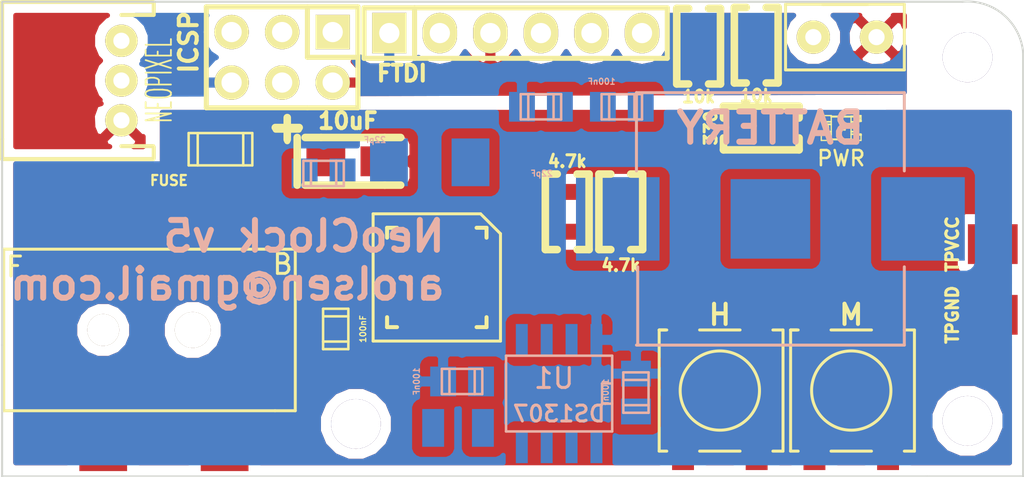
<source format=kicad_pcb>
(kicad_pcb (version 4) (host pcbnew "(2014-07-14 BZR 4995)-product")

  (general
    (links 69)
    (no_connects 55)
    (area 24.079999 34.990477 75.488001 58.978001)
    (thickness 1.6)
    (drawings 8)
    (tracks 0)
    (zones 0)
    (modules 31)
    (nets 35)
  )

  (page A4)
  (layers
    (0 F.Cu signal)
    (31 B.Cu signal)
    (32 B.Adhes user)
    (33 F.Adhes user)
    (34 B.Paste user)
    (35 F.Paste user)
    (36 B.SilkS user)
    (37 F.SilkS user)
    (38 B.Mask user)
    (39 F.Mask user)
    (40 Dwgs.User user)
    (41 Cmts.User user)
    (42 Eco1.User user)
    (43 Eco2.User user)
    (44 Edge.Cuts user)
    (45 Margin user)
  )

  (setup
    (last_trace_width 0.4)
    (user_trace_width 0.17)
    (user_trace_width 0.254)
    (user_trace_width 0.35)
    (user_trace_width 0.4)
    (trace_clearance 0.254)
    (zone_clearance 0.508)
    (zone_45_only no)
    (trace_min 0.17)
    (segment_width 0.2)
    (edge_width 0.1)
    (via_size 0.889)
    (via_drill 0.635)
    (via_min_size 0.889)
    (via_min_drill 0.508)
    (uvia_size 0.508)
    (uvia_drill 0.127)
    (uvias_allowed no)
    (uvia_min_size 0.508)
    (uvia_min_drill 0.127)
    (pcb_text_width 0.3)
    (pcb_text_size 1.5 1.5)
    (mod_edge_width 0.15)
    (mod_text_size 1 1)
    (mod_text_width 0.15)
    (pad_size 2.99974 2.99974)
    (pad_drill 0)
    (pad_to_mask_clearance 0)
    (aux_axis_origin 0 0)
    (visible_elements FFFFFF7F)
    (pcbplotparams
      (layerselection 0x010f0_80000001)
      (usegerberextensions true)
      (excludeedgelayer true)
      (linewidth 0.100000)
      (plotframeref false)
      (viasonmask true)
      (mode 1)
      (useauxorigin false)
      (hpglpennumber 1)
      (hpglpenspeed 20)
      (hpglpendiameter 15)
      (hpglpenoverlay 2)
      (psnegative false)
      (psa4output false)
      (plotreference true)
      (plotvalue true)
      (plotinvisibletext false)
      (padsonsilk false)
      (subtractmaskfromsilk false)
      (outputformat 1)
      (mirror false)
      (drillshape 0)
      (scaleselection 1)
      (outputdirectory gerber/))
  )

  (net 0 "")
  (net 1 "Net-(BT1-Pad1)")
  (net 2 GND)
  (net 3 VCC)
  (net 4 "Net-(C2-Pad1)")
  (net 5 "Net-(C5-Pad2)")
  (net 6 "Net-(C6-Pad2)")
  (net 7 "Net-(CON1-Pad1)")
  (net 8 "Net-(D1-Pad1)")
  (net 9 "Net-(IC1-Pad1)")
  (net 10 "Net-(IC1-Pad2)")
  (net 11 "Net-(IC1-Pad7)")
  (net 12 "Net-(IC1-Pad8)")
  (net 13 "Net-(IC1-Pad9)")
  (net 14 "Net-(IC1-Pad10)")
  (net 15 "Net-(IC1-Pad11)")
  (net 16 "Net-(IC1-Pad12)")
  (net 17 "Net-(IC1-Pad13)")
  (net 18 "Net-(IC1-Pad14)")
  (net 19 "Net-(IC1-Pad15)")
  (net 20 "Net-(IC1-Pad19)")
  (net 21 "Net-(IC1-Pad20)")
  (net 22 "Net-(IC1-Pad21)")
  (net 23 "Net-(IC1-Pad22)")
  (net 24 I2CSDA)
  (net 25 I2CSCL)
  (net 26 "Net-(IC1-Pad26)")
  (net 27 "Net-(IC1-Pad27)")
  (net 28 "Net-(IC1-Pad28)")
  (net 29 "Net-(U1-Pad1)")
  (net 30 "Net-(U1-Pad7)")
  (net 31 "Net-(U1-Pad2)")
  (net 32 "Net-(C3-Pad1)")
  (net 33 "Net-(C3-Pad2)")
  (net 34 "Net-(P2-Pad2)")

  (net_class Default "This is the default net class."
    (clearance 0.254)
    (trace_width 0.254)
    (via_dia 0.889)
    (via_drill 0.635)
    (uvia_dia 0.508)
    (uvia_drill 0.127)
    (add_net GND)
    (add_net I2CSCL)
    (add_net I2CSDA)
    (add_net "Net-(BT1-Pad1)")
    (add_net "Net-(C2-Pad1)")
    (add_net "Net-(C3-Pad1)")
    (add_net "Net-(C3-Pad2)")
    (add_net "Net-(C5-Pad2)")
    (add_net "Net-(C6-Pad2)")
    (add_net "Net-(CON1-Pad1)")
    (add_net "Net-(D1-Pad1)")
    (add_net "Net-(IC1-Pad1)")
    (add_net "Net-(IC1-Pad10)")
    (add_net "Net-(IC1-Pad11)")
    (add_net "Net-(IC1-Pad12)")
    (add_net "Net-(IC1-Pad13)")
    (add_net "Net-(IC1-Pad14)")
    (add_net "Net-(IC1-Pad15)")
    (add_net "Net-(IC1-Pad19)")
    (add_net "Net-(IC1-Pad2)")
    (add_net "Net-(IC1-Pad20)")
    (add_net "Net-(IC1-Pad21)")
    (add_net "Net-(IC1-Pad22)")
    (add_net "Net-(IC1-Pad26)")
    (add_net "Net-(IC1-Pad27)")
    (add_net "Net-(IC1-Pad28)")
    (add_net "Net-(IC1-Pad7)")
    (add_net "Net-(IC1-Pad8)")
    (add_net "Net-(IC1-Pad9)")
    (add_net "Net-(P2-Pad2)")
    (add_net "Net-(U1-Pad1)")
    (add_net "Net-(U1-Pad2)")
    (add_net "Net-(U1-Pad7)")
    (add_net VCC)
  )

  (net_class LRGPWR ""
    (clearance 0.254)
    (trace_width 0.4)
    (via_dia 0.889)
    (via_drill 0.635)
    (uvia_dia 0.508)
    (uvia_drill 0.127)
  )

  (net_class PWR ""
    (clearance 0.254)
    (trace_width 0.35)
    (via_dia 0.889)
    (via_drill 0.635)
    (uvia_dia 0.508)
    (uvia_drill 0.127)
  )

  (module BARREL_JACK_SMD (layer F.Cu) (tedit 53C3F7F6) (tstamp 53C2DB4F)
    (at 29.21 51.562)
    (descr "DC Barrel Jack")
    (tags "Power Jack")
    (path /5343FA98)
    (fp_text reference CON1 (at 10.541 0 90) (layer F.SilkS) hide
      (effects (font (size 1.016 1.016) (thickness 0.2032)))
    )
    (fp_text value "2.1mm 5V" (at 2.54 -8.636) (layer F.SilkS) hide
      (effects (font (size 1.016 1.016) (thickness 0.2032)))
    )
    (fp_text user B (at 9.017 -3.302) (layer F.SilkS)
      (effects (font (size 1 1) (thickness 0.15)))
    )
    (fp_text user F (at -4.445 -3.175) (layer F.SilkS)
      (effects (font (size 1 1) (thickness 0.15)))
    )
    (fp_line (start 8.636 4.064) (end 9.652 4.064) (layer F.SilkS) (width 0.15))
    (fp_line (start 8.636 -4.064) (end 9.652 -4.064) (layer F.SilkS) (width 0.15))
    (fp_line (start -5 -4.064) (end 8.636 -4.064) (layer F.SilkS) (width 0.15))
    (fp_line (start 9.652 -4.064) (end 9.652 4.064) (layer F.SilkS) (width 0.15))
    (fp_line (start 8.636 4.064) (end -5 4.064) (layer F.SilkS) (width 0.15))
    (fp_line (start -5 -4.064) (end -5 4.064) (layer F.SilkS) (width 0.15))
    (pad 5 thru_hole circle (at 0 0) (size 1.6 1.6) (drill 1.6) (layers *.Cu *.Mask F.SilkS))
    (pad 1 smd rect (at 0 -5.7 90) (size 2.8 2.4) (layers F.Cu F.Paste F.Mask)
      (net 7 "Net-(CON1-Pad1)"))
    (pad 2 smd rect (at 0 5.7 90) (size 2.8 2.4) (layers F.Cu F.Paste F.Mask)
      (net 2 GND))
    (pad 1 smd rect (at 6.1 -5.7 90) (size 2.8 2.4) (layers F.Cu F.Paste F.Mask)
      (net 7 "Net-(CON1-Pad1)"))
    (pad 3 smd rect (at 6.1 5.7 90) (size 2.8 2.4) (layers F.Cu F.Paste F.Mask)
      (net 2 GND))
    (pad 5 thru_hole circle (at 4.5 0 90) (size 1.8 1.8) (drill 1.8) (layers *.Cu *.Mask F.SilkS))
  )

  (module SMD_Packages:QFN28 (layer F.Cu) (tedit 53C54FE4) (tstamp 53C408CA)
    (at 45.974 48.9204 270)
    (path /53C2DE6E)
    (fp_text reference IC1 (at 0 -4.20116 270) (layer F.SilkS) hide
      (effects (font (size 1.00076 1.00076) (thickness 0.25019)))
    )
    (fp_text value ATMEGA328P-MM (at 0 4.39928 270) (layer F.SilkS) hide
      (effects (font (size 1.00076 1.00076) (thickness 0.25019)))
    )
    (fp_line (start -3.2004 3.2004) (end 3.2004 3.2004) (layer F.SilkS) (width 0.14986))
    (fp_line (start 3.2004 3.2004) (end 3.2004 -3.2004) (layer F.SilkS) (width 0.14986))
    (fp_line (start 3.2004 -3.2004) (end -2.19964 -3.2004) (layer F.SilkS) (width 0.14986))
    (fp_line (start -2.19964 -3.2004) (end -3.2004 -2.19964) (layer F.SilkS) (width 0.14986))
    (fp_line (start -3.2004 -2.19964) (end -3.2004 3.2004) (layer F.SilkS) (width 0.14986))
    (fp_line (start -1.99898 -2.49936) (end -2.49936 -2.49936) (layer F.SilkS) (width 0.20066))
    (fp_line (start -2.49936 -2.49936) (end -2.49936 -1.99898) (layer F.SilkS) (width 0.20066))
    (fp_line (start 2.49936 -1.99898) (end 2.49936 -2.49936) (layer F.SilkS) (width 0.20066))
    (fp_line (start 2.49936 -2.49936) (end 1.99898 -2.49936) (layer F.SilkS) (width 0.20066))
    (fp_line (start 1.99898 2.49936) (end 2.49936 2.49936) (layer F.SilkS) (width 0.20066))
    (fp_line (start 2.49936 2.49936) (end 2.49936 1.99898) (layer F.SilkS) (width 0.20066))
    (fp_line (start -2.49936 1.99898) (end -2.49936 2.49936) (layer F.SilkS) (width 0.20066))
    (fp_line (start -2.49936 2.49936) (end -1.99898 2.49936) (layer F.SilkS) (width 0.20066))
    (pad 1 smd oval (at -2.49936 -1.50114 270) (size 1.00076 0.24892) (layers F.Cu F.Paste F.Mask)
      (net 9 "Net-(IC1-Pad1)"))
    (pad 2 smd oval (at -2.49936 -1.00076 270) (size 1.00076 0.24892) (layers F.Cu F.Paste F.Mask)
      (net 10 "Net-(IC1-Pad2)"))
    (pad 3 smd oval (at -2.49936 -0.50038 270) (size 1.00076 0.24892) (layers F.Cu F.Paste F.Mask)
      (net 3 VCC))
    (pad 4 smd oval (at -2.49936 0 270) (size 1.00076 0.24892) (layers F.Cu F.Paste F.Mask)
      (net 2 GND))
    (pad 5 smd oval (at -2.49936 0.50038 270) (size 1.00076 0.24892) (layers F.Cu F.Paste F.Mask)
      (net 5 "Net-(C5-Pad2)"))
    (pad 6 smd oval (at -2.49936 1.00076 270) (size 1.00076 0.24892) (layers F.Cu F.Paste F.Mask)
      (net 6 "Net-(C6-Pad2)"))
    (pad 7 smd oval (at -2.49936 1.50114 270) (size 1.00076 0.24892) (layers F.Cu F.Paste F.Mask)
      (net 11 "Net-(IC1-Pad7)"))
    (pad 8 smd oval (at -1.50114 2.49936) (size 1.00076 0.24892) (layers F.Cu F.Paste F.Mask)
      (net 12 "Net-(IC1-Pad8)"))
    (pad 9 smd oval (at -1.00076 2.49936) (size 1.00076 0.24892) (layers F.Cu F.Paste F.Mask)
      (net 13 "Net-(IC1-Pad9)"))
    (pad 10 smd oval (at -0.50038 2.49936) (size 1.00076 0.24892) (layers F.Cu F.Paste F.Mask)
      (net 14 "Net-(IC1-Pad10)"))
    (pad 11 smd oval (at 0 2.49936) (size 1.00076 0.24892) (layers F.Cu F.Paste F.Mask)
      (net 15 "Net-(IC1-Pad11)"))
    (pad 12 smd oval (at 0.50038 2.49936) (size 1.00076 0.24892) (layers F.Cu F.Paste F.Mask)
      (net 16 "Net-(IC1-Pad12)"))
    (pad 13 smd oval (at 1.00076 2.49936) (size 1.00076 0.24892) (layers F.Cu F.Paste F.Mask)
      (net 17 "Net-(IC1-Pad13)"))
    (pad 14 smd oval (at 1.50114 2.49936) (size 1.00076 0.24892) (layers F.Cu F.Paste F.Mask)
      (net 18 "Net-(IC1-Pad14)"))
    (pad 15 smd oval (at 2.49936 1.50114 90) (size 1.00076 0.24892) (layers F.Cu F.Paste F.Mask)
      (net 19 "Net-(IC1-Pad15)"))
    (pad 16 smd oval (at 2.49936 1.00076 90) (size 1.00076 0.24892) (layers F.Cu F.Paste F.Mask)
      (net 3 VCC))
    (pad 17 smd oval (at 2.49936 0.50038 90) (size 1.00076 0.24892) (layers F.Cu F.Paste F.Mask)
      (net 4 "Net-(C2-Pad1)"))
    (pad 18 smd oval (at 2.49936 0 90) (size 1.00076 0.24892) (layers F.Cu F.Paste F.Mask)
      (net 2 GND))
    (pad 19 smd oval (at 2.49936 -0.50038 90) (size 1.00076 0.24892) (layers F.Cu F.Paste F.Mask)
      (net 20 "Net-(IC1-Pad19)"))
    (pad 20 smd oval (at 2.49936 -1.00076 90) (size 1.00076 0.24892) (layers F.Cu F.Paste F.Mask)
      (net 21 "Net-(IC1-Pad20)"))
    (pad 21 smd oval (at 2.49936 -1.50114 90) (size 1.00076 0.24892) (layers F.Cu F.Paste F.Mask)
      (net 22 "Net-(IC1-Pad21)"))
    (pad 22 smd oval (at 1.50114 -2.49936 180) (size 1.00076 0.24892) (layers F.Cu F.Paste F.Mask)
      (net 23 "Net-(IC1-Pad22)"))
    (pad 23 smd oval (at 1.00076 -2.49936 180) (size 1.00076 0.24892) (layers F.Cu F.Paste F.Mask)
      (net 24 I2CSDA))
    (pad 24 smd oval (at 0.50038 -2.49936 180) (size 1.00076 0.24892) (layers F.Cu F.Paste F.Mask)
      (net 25 I2CSCL))
    (pad 25 smd oval (at 0 -2.49936 180) (size 1.00076 0.24892) (layers F.Cu F.Paste F.Mask)
      (net 32 "Net-(C3-Pad1)"))
    (pad 26 smd oval (at -0.50038 -2.49936 180) (size 1.00076 0.24892) (layers F.Cu F.Paste F.Mask)
      (net 26 "Net-(IC1-Pad26)"))
    (pad 27 smd oval (at -1.00076 -2.49936 180) (size 1.00076 0.24892) (layers F.Cu F.Paste F.Mask)
      (net 27 "Net-(IC1-Pad27)"))
    (pad 28 smd oval (at -1.50114 -2.49936 180) (size 1.00076 0.24892) (layers F.Cu F.Paste F.Mask)
      (net 28 "Net-(IC1-Pad28)"))
    (pad 29 smd rect (at 0 0 180) (size 2.99974 2.99974) (layers F.Cu F.Paste F.Mask)
      (net 2 GND))
    (model smd/qfn28.wrl
      (at (xyz 0 0 0))
      (scale (xyz 1 1 1))
      (rotate (xyz 0 0 0))
    )
  )

  (module PHOTORESISTOR (layer F.Cu) (tedit 53C2E2CB) (tstamp 53C2DBEB)
    (at 66.548 36.83 180)
    (descr Photoresistor)
    (tags Photoresistor)
    (path /53440FCF)
    (fp_text reference PHOTOR1 (at -0.0508 -2.2352 180) (layer F.SilkS) hide
      (effects (font (size 0.762 0.762) (thickness 0.0889)))
    )
    (fp_text value PHOTOR (at 0.1016 2.286 180) (layer F.SilkS) hide
      (effects (font (size 0.762 0.762) (thickness 0.0889)))
    )
    (fp_line (start -1.143 -1.651) (end -2.921 -1.651) (layer F.SilkS) (width 0.15))
    (fp_line (start -2.921 -1.651) (end -2.921 1.651) (layer F.SilkS) (width 0.15))
    (fp_line (start -2.921 1.651) (end 3.048 1.651) (layer F.SilkS) (width 0.15))
    (fp_line (start 3.048 1.651) (end 3.048 -1.651) (layer F.SilkS) (width 0.15))
    (fp_line (start 3.048 -1.651) (end 1.143 -1.651) (layer F.SilkS) (width 0.15))
    (fp_line (start -1.143 -1.651) (end 1.143 -1.651) (layer F.SilkS) (width 0.15))
    (fp_line (start -1.0795 1.6383) (end 1.1938 1.6383) (layer F.SilkS) (width 0.15))
    (pad 1 thru_hole circle (at -1.524 0 180) (size 1.6764 1.6764) (drill 0.8128) (layers *.Cu *.Mask F.SilkS)
      (net 3 VCC))
    (pad 2 thru_hole circle (at 1.651 0 180) (size 1.6764 1.6764) (drill 0.8128) (layers *.Cu *.Mask F.SilkS)
      (net 23 "Net-(IC1-Pad22)"))
  )

  (module TESTPOINT (layer F.Cu) (tedit 53C2E41C) (tstamp 53C2E15D)
    (at 73.914 47.244)
    (descr "UNTESTED CR2032 TH battery holder ground pad Keystone 3003")
    (fp_text reference TP2 (at 0 -2.667) (layer F.SilkS) hide
      (effects (font (thickness 0.3048)))
    )
    (fp_text value TPVCC (at -2.032 0 90) (layer F.SilkS)
      (effects (font (size 0.6 0.6) (thickness 0.15)))
    )
    (pad 1 smd rect (at 0 0) (size 2.5 2) (layers F.Cu F.Paste F.Mask)
      (net 3 VCC))
  )

  (module synic:BK-755_12mm_coincell (layer B.Cu) (tedit 53C2D8F3) (tstamp 53C2DAD8)
    (at 62.738 45.974)
    (descr "UNTESTED CR2032 TH battery holder ground pad Keystone 3003")
    (path /534356E2)
    (fp_text reference BT1 (at 0 7.62) (layer B.SilkS) hide
      (effects (font (thickness 0.3048)) (justify mirror))
    )
    (fp_text value BATTERY (at 0 -4.572) (layer B.SilkS)
      (effects (font (thickness 0.3048)) (justify mirror))
    )
    (fp_line (start 6.731 6.35) (end 6.731 2.413) (layer B.SilkS) (width 0.15))
    (fp_line (start 6.731 -6.35) (end 6.731 -2.413) (layer B.SilkS) (width 0.15))
    (fp_line (start -6.731 -6.35) (end -6.731 -2.413) (layer B.SilkS) (width 0.15))
    (fp_line (start -6.6675 6.35) (end -6.6675 2.413) (layer B.SilkS) (width 0.15))
    (fp_line (start -6.731 -6.35) (end 6.731 -6.35) (layer B.SilkS) (width 0.15))
    (fp_line (start -6.731 6.35) (end 6.731 6.35) (layer B.SilkS) (width 0.15))
    (pad 1 smd rect (at -7.67 0) (size 4.2 4.2) (layers B.Cu B.Paste B.Mask)
      (net 1 "Net-(BT1-Pad1)"))
    (pad 2 smd rect (at 0 0) (size 4 4) (layers B.Cu B.Paste B.Mask)
      (net 2 GND))
    (pad 1 smd rect (at 7.67 0) (size 4.2 4.2) (layers B.Cu B.Paste B.Mask)
      (net 1 "Net-(BT1-Pad1)"))
  )

  (module Capacitors_SMD:c_0805 (layer F.Cu) (tedit 53C58CAD) (tstamp 53C2DAE4)
    (at 40.894 51.5112 270)
    (descr "SMT capacitor, 0805")
    (path /53435318)
    (fp_text reference C1 (at 0 -0.9906 270) (layer F.SilkS) hide
      (effects (font (size 0.29972 0.29972) (thickness 0.06096)))
    )
    (fp_text value 100nF (at 0 -1.3716 270) (layer F.SilkS)
      (effects (font (size 0.29972 0.29972) (thickness 0.06096)))
    )
    (fp_line (start 0.635 -0.635) (end 0.635 0.635) (layer F.SilkS) (width 0.127))
    (fp_line (start -0.635 -0.635) (end -0.635 0.6096) (layer F.SilkS) (width 0.127))
    (fp_line (start -1.016 -0.635) (end 1.016 -0.635) (layer F.SilkS) (width 0.127))
    (fp_line (start 1.016 -0.635) (end 1.016 0.635) (layer F.SilkS) (width 0.127))
    (fp_line (start 1.016 0.635) (end -1.016 0.635) (layer F.SilkS) (width 0.127))
    (fp_line (start -1.016 0.635) (end -1.016 -0.635) (layer F.SilkS) (width 0.127))
    (pad 1 smd rect (at 0.9525 0 270) (size 1.30048 1.4986) (layers F.Cu F.Paste F.Mask)
      (net 2 GND))
    (pad 2 smd rect (at -0.9525 0 270) (size 1.30048 1.4986) (layers F.Cu F.Paste F.Mask)
      (net 3 VCC))
    (model smd/capacitors/c_0805.wrl
      (at (xyz 0 0 0))
      (scale (xyz 1 1 1))
      (rotate (xyz 0 0 0))
    )
  )

  (module Capacitors_SMD:c_0805 (layer B.Cu) (tedit 53C40397) (tstamp 53C40887)
    (at 47.244 54.1528)
    (descr "SMT capacitor, 0805")
    (path /534352CE)
    (fp_text reference C2 (at 0 0.9906) (layer B.SilkS) hide
      (effects (font (size 0.29972 0.29972) (thickness 0.06096)) (justify mirror))
    )
    (fp_text value 100nF (at -2.286 0 270) (layer B.SilkS)
      (effects (font (size 0.29972 0.29972) (thickness 0.06096)) (justify mirror))
    )
    (fp_line (start 0.635 0.635) (end 0.635 -0.635) (layer B.SilkS) (width 0.127))
    (fp_line (start -0.635 0.635) (end -0.635 -0.6096) (layer B.SilkS) (width 0.127))
    (fp_line (start -1.016 0.635) (end 1.016 0.635) (layer B.SilkS) (width 0.127))
    (fp_line (start 1.016 0.635) (end 1.016 -0.635) (layer B.SilkS) (width 0.127))
    (fp_line (start 1.016 -0.635) (end -1.016 -0.635) (layer B.SilkS) (width 0.127))
    (fp_line (start -1.016 -0.635) (end -1.016 0.635) (layer B.SilkS) (width 0.127))
    (pad 1 smd rect (at 0.9525 0) (size 1.30048 1.4986) (layers B.Cu B.Paste B.Mask)
      (net 4 "Net-(C2-Pad1)"))
    (pad 2 smd rect (at -0.9525 0) (size 1.30048 1.4986) (layers B.Cu B.Paste B.Mask)
      (net 3 VCC))
    (model smd/capacitors/c_0805.wrl
      (at (xyz 0 0 0))
      (scale (xyz 1 1 1))
      (rotate (xyz 0 0 0))
    )
  )

  (module Capacitors_SMD:c_0805 (layer B.Cu) (tedit 53C5514F) (tstamp 53C5515E)
    (at 51.2064 40.3352 180)
    (descr "SMT capacitor, 0805")
    (path /534353D7)
    (fp_text reference C5 (at 0 0.9906 180) (layer B.SilkS) hide
      (effects (font (size 0.29972 0.29972) (thickness 0.06096)) (justify mirror))
    )
    (fp_text value 22pF (at -0.0381 -3.3528 180) (layer B.SilkS)
      (effects (font (size 0.29972 0.29972) (thickness 0.06096)) (justify mirror))
    )
    (fp_line (start 0.635 0.635) (end 0.635 -0.635) (layer B.SilkS) (width 0.127))
    (fp_line (start -0.635 0.635) (end -0.635 -0.6096) (layer B.SilkS) (width 0.127))
    (fp_line (start -1.016 0.635) (end 1.016 0.635) (layer B.SilkS) (width 0.127))
    (fp_line (start 1.016 0.635) (end 1.016 -0.635) (layer B.SilkS) (width 0.127))
    (fp_line (start 1.016 -0.635) (end -1.016 -0.635) (layer B.SilkS) (width 0.127))
    (fp_line (start -1.016 -0.635) (end -1.016 0.635) (layer B.SilkS) (width 0.127))
    (pad 1 smd rect (at 0.9525 0 180) (size 1.30048 1.4986) (layers B.Cu B.Paste B.Mask)
      (net 2 GND))
    (pad 2 smd rect (at -0.9525 0 180) (size 1.30048 1.4986) (layers B.Cu B.Paste B.Mask)
      (net 5 "Net-(C5-Pad2)"))
    (model smd/capacitors/c_0805.wrl
      (at (xyz 0 0 0))
      (scale (xyz 1 1 1))
      (rotate (xyz 0 0 0))
    )
  )

  (module Capacitors_SMD:c_0805 (layer B.Cu) (tedit 53C55154) (tstamp 53C2DB35)
    (at 40.2844 43.688 180)
    (descr "SMT capacitor, 0805")
    (path /534353E2)
    (fp_text reference C6 (at 0 0.9906 180) (layer B.SilkS) hide
      (effects (font (size 0.29972 0.29972) (thickness 0.06096)) (justify mirror))
    )
    (fp_text value 22pF (at -2.5781 1.6891 180) (layer B.SilkS)
      (effects (font (size 0.29972 0.29972) (thickness 0.06096)) (justify mirror))
    )
    (fp_line (start 0.635 0.635) (end 0.635 -0.635) (layer B.SilkS) (width 0.127))
    (fp_line (start -0.635 0.635) (end -0.635 -0.6096) (layer B.SilkS) (width 0.127))
    (fp_line (start -1.016 0.635) (end 1.016 0.635) (layer B.SilkS) (width 0.127))
    (fp_line (start 1.016 0.635) (end 1.016 -0.635) (layer B.SilkS) (width 0.127))
    (fp_line (start 1.016 -0.635) (end -1.016 -0.635) (layer B.SilkS) (width 0.127))
    (fp_line (start -1.016 -0.635) (end -1.016 0.635) (layer B.SilkS) (width 0.127))
    (pad 1 smd rect (at 0.9525 0 180) (size 1.30048 1.4986) (layers B.Cu B.Paste B.Mask)
      (net 2 GND))
    (pad 2 smd rect (at -0.9525 0 180) (size 1.30048 1.4986) (layers B.Cu B.Paste B.Mask)
      (net 6 "Net-(C6-Pad2)"))
    (model smd/capacitors/c_0805.wrl
      (at (xyz 0 0 0))
      (scale (xyz 1 1 1))
      (rotate (xyz 0 0 0))
    )
  )

  (module Capacitors_SMD:c_0805 (layer B.Cu) (tedit 53C3FB16) (tstamp 53C408DE)
    (at 55.9816 54.7116 270)
    (descr "SMT capacitor, 0805")
    (path /53435742)
    (fp_text reference C7 (at 0 0.9906 270) (layer B.SilkS) hide
      (effects (font (size 0.29972 0.29972) (thickness 0.06096)) (justify mirror))
    )
    (fp_text value 100nF (at 0 1.524 270) (layer B.SilkS)
      (effects (font (size 0.29972 0.29972) (thickness 0.06096)) (justify mirror))
    )
    (fp_line (start 0.635 0.635) (end 0.635 -0.635) (layer B.SilkS) (width 0.127))
    (fp_line (start -0.635 0.635) (end -0.635 -0.6096) (layer B.SilkS) (width 0.127))
    (fp_line (start -1.016 0.635) (end 1.016 0.635) (layer B.SilkS) (width 0.127))
    (fp_line (start 1.016 0.635) (end 1.016 -0.635) (layer B.SilkS) (width 0.127))
    (fp_line (start 1.016 -0.635) (end -1.016 -0.635) (layer B.SilkS) (width 0.127))
    (fp_line (start -1.016 -0.635) (end -1.016 0.635) (layer B.SilkS) (width 0.127))
    (pad 1 smd rect (at 0.9525 0 270) (size 1.30048 1.4986) (layers B.Cu B.Paste B.Mask)
      (net 2 GND))
    (pad 2 smd rect (at -0.9525 0 270) (size 1.30048 1.4986) (layers B.Cu B.Paste B.Mask)
      (net 3 VCC))
    (model smd/capacitors/c_0805.wrl
      (at (xyz 0 0 0))
      (scale (xyz 1 1 1))
      (rotate (xyz 0 0 0))
    )
  )

  (module LEDs:LED-0805 (layer F.Cu) (tedit 53C406EC) (tstamp 53C2DB8A)
    (at 66.294 41.402)
    (descr "LED 0805 smd package")
    (tags "LED 0805 SMD")
    (path /5343F9E6)
    (attr smd)
    (fp_text reference D1 (at 0 -1.27) (layer F.SilkS) hide
      (effects (font (size 0.762 0.762) (thickness 0.127)))
    )
    (fp_text value PWR (at 0 1.524 180) (layer F.SilkS)
      (effects (font (size 0.762 0.762) (thickness 0.127)))
    )
    (fp_line (start 0.49784 0.29972) (end 0.49784 0.62484) (layer F.SilkS) (width 0.06604))
    (fp_line (start 0.49784 0.62484) (end 0.99822 0.62484) (layer F.SilkS) (width 0.06604))
    (fp_line (start 0.99822 0.29972) (end 0.99822 0.62484) (layer F.SilkS) (width 0.06604))
    (fp_line (start 0.49784 0.29972) (end 0.99822 0.29972) (layer F.SilkS) (width 0.06604))
    (fp_line (start 0.49784 -0.32258) (end 0.49784 -0.17272) (layer F.SilkS) (width 0.06604))
    (fp_line (start 0.49784 -0.17272) (end 0.7493 -0.17272) (layer F.SilkS) (width 0.06604))
    (fp_line (start 0.7493 -0.32258) (end 0.7493 -0.17272) (layer F.SilkS) (width 0.06604))
    (fp_line (start 0.49784 -0.32258) (end 0.7493 -0.32258) (layer F.SilkS) (width 0.06604))
    (fp_line (start 0.49784 0.17272) (end 0.49784 0.32258) (layer F.SilkS) (width 0.06604))
    (fp_line (start 0.49784 0.32258) (end 0.7493 0.32258) (layer F.SilkS) (width 0.06604))
    (fp_line (start 0.7493 0.17272) (end 0.7493 0.32258) (layer F.SilkS) (width 0.06604))
    (fp_line (start 0.49784 0.17272) (end 0.7493 0.17272) (layer F.SilkS) (width 0.06604))
    (fp_line (start 0.49784 -0.19812) (end 0.49784 0.19812) (layer F.SilkS) (width 0.06604))
    (fp_line (start 0.49784 0.19812) (end 0.6731 0.19812) (layer F.SilkS) (width 0.06604))
    (fp_line (start 0.6731 -0.19812) (end 0.6731 0.19812) (layer F.SilkS) (width 0.06604))
    (fp_line (start 0.49784 -0.19812) (end 0.6731 -0.19812) (layer F.SilkS) (width 0.06604))
    (fp_line (start -0.99822 0.29972) (end -0.99822 0.62484) (layer F.SilkS) (width 0.06604))
    (fp_line (start -0.99822 0.62484) (end -0.49784 0.62484) (layer F.SilkS) (width 0.06604))
    (fp_line (start -0.49784 0.29972) (end -0.49784 0.62484) (layer F.SilkS) (width 0.06604))
    (fp_line (start -0.99822 0.29972) (end -0.49784 0.29972) (layer F.SilkS) (width 0.06604))
    (fp_line (start -0.99822 -0.62484) (end -0.99822 -0.29972) (layer F.SilkS) (width 0.06604))
    (fp_line (start -0.99822 -0.29972) (end -0.49784 -0.29972) (layer F.SilkS) (width 0.06604))
    (fp_line (start -0.49784 -0.62484) (end -0.49784 -0.29972) (layer F.SilkS) (width 0.06604))
    (fp_line (start -0.99822 -0.62484) (end -0.49784 -0.62484) (layer F.SilkS) (width 0.06604))
    (fp_line (start -0.7493 0.17272) (end -0.7493 0.32258) (layer F.SilkS) (width 0.06604))
    (fp_line (start -0.7493 0.32258) (end -0.49784 0.32258) (layer F.SilkS) (width 0.06604))
    (fp_line (start -0.49784 0.17272) (end -0.49784 0.32258) (layer F.SilkS) (width 0.06604))
    (fp_line (start -0.7493 0.17272) (end -0.49784 0.17272) (layer F.SilkS) (width 0.06604))
    (fp_line (start -0.7493 -0.32258) (end -0.7493 -0.17272) (layer F.SilkS) (width 0.06604))
    (fp_line (start -0.7493 -0.17272) (end -0.49784 -0.17272) (layer F.SilkS) (width 0.06604))
    (fp_line (start -0.49784 -0.32258) (end -0.49784 -0.17272) (layer F.SilkS) (width 0.06604))
    (fp_line (start -0.7493 -0.32258) (end -0.49784 -0.32258) (layer F.SilkS) (width 0.06604))
    (fp_line (start -0.6731 -0.19812) (end -0.6731 0.19812) (layer F.SilkS) (width 0.06604))
    (fp_line (start -0.6731 0.19812) (end -0.49784 0.19812) (layer F.SilkS) (width 0.06604))
    (fp_line (start -0.49784 -0.19812) (end -0.49784 0.19812) (layer F.SilkS) (width 0.06604))
    (fp_line (start -0.6731 -0.19812) (end -0.49784 -0.19812) (layer F.SilkS) (width 0.06604))
    (fp_line (start 0 -0.09906) (end 0 0.09906) (layer F.SilkS) (width 0.06604))
    (fp_line (start 0 0.09906) (end 0.19812 0.09906) (layer F.SilkS) (width 0.06604))
    (fp_line (start 0.19812 -0.09906) (end 0.19812 0.09906) (layer F.SilkS) (width 0.06604))
    (fp_line (start 0 -0.09906) (end 0.19812 -0.09906) (layer F.SilkS) (width 0.06604))
    (fp_line (start 0.49784 -0.59944) (end 0.49784 -0.29972) (layer F.SilkS) (width 0.06604))
    (fp_line (start 0.49784 -0.29972) (end 0.79756 -0.29972) (layer F.SilkS) (width 0.06604))
    (fp_line (start 0.79756 -0.59944) (end 0.79756 -0.29972) (layer F.SilkS) (width 0.06604))
    (fp_line (start 0.49784 -0.59944) (end 0.79756 -0.59944) (layer F.SilkS) (width 0.06604))
    (fp_line (start 0.92456 -0.62484) (end 0.92456 -0.39878) (layer F.SilkS) (width 0.06604))
    (fp_line (start 0.92456 -0.39878) (end 0.99822 -0.39878) (layer F.SilkS) (width 0.06604))
    (fp_line (start 0.99822 -0.62484) (end 0.99822 -0.39878) (layer F.SilkS) (width 0.06604))
    (fp_line (start 0.92456 -0.62484) (end 0.99822 -0.62484) (layer F.SilkS) (width 0.06604))
    (fp_line (start 0.52324 0.57404) (end -0.52324 0.57404) (layer F.SilkS) (width 0.1016))
    (fp_line (start -0.49784 -0.57404) (end 0.92456 -0.57404) (layer F.SilkS) (width 0.1016))
    (fp_circle (center 0.84836 -0.44958) (end 0.89916 -0.50038) (layer F.SilkS) (width 0.0508))
    (fp_arc (start 0.99822 0) (end 0.99822 0.34798) (angle 180) (layer F.SilkS) (width 0.1016))
    (fp_arc (start -0.99822 0) (end -0.99822 -0.34798) (angle 180) (layer F.SilkS) (width 0.1016))
    (pad 1 smd rect (at -1.04902 0) (size 1.19888 1.19888) (layers F.Cu F.Paste F.Mask)
      (net 8 "Net-(D1-Pad1)"))
    (pad 2 smd rect (at 1.04902 0) (size 1.19888 1.19888) (layers F.Cu F.Paste F.Mask)
      (net 2 GND))
  )

  (module synic:jst-3-pth-ra (layer F.Cu) (tedit 5390C923) (tstamp 53C2DBCD)
    (at 30.1244 39.0144 90)
    (path /5343FC4E)
    (attr virtual)
    (fp_text reference K1 (at -0.254 -4.6228 90) (layer F.SilkS) hide
      (effects (font (size 0.8 0.8) (thickness 0.0889)))
    )
    (fp_text value NEOPIXEL (at 0 1.905 90) (layer F.SilkS)
      (effects (font (size 1.27 0.6) (thickness 0.0889)))
    )
    (fp_line (start 2.9972 -5.9944) (end 3.9116 -5.9944) (layer F.SilkS) (width 0.2032))
    (fp_line (start -2.9464 -5.9944) (end -3.9116 -5.9944) (layer F.SilkS) (width 0.2032))
    (fp_line (start 3.302 1.6256) (end 3.9116 1.6256) (layer F.SilkS) (width 0.2032))
    (fp_line (start -3.9116 1.6256) (end -3.3528 1.6256) (layer F.SilkS) (width 0.2032))
    (fp_line (start -2.9464 -5.9944) (end 2.9464 -5.9944) (layer F.SilkS) (width 0.2032))
    (fp_line (start 3.3 1.6) (end 3.3 0) (layer F.SilkS) (width 0.2032))
    (fp_line (start -3.3 0) (end -3.3 1.6) (layer F.SilkS) (width 0.2032))
    (fp_line (start 3.95 -6) (end 3.95 1.6) (layer F.SilkS) (width 0.2032))
    (fp_line (start -3.95 1.6) (end -3.95 -6) (layer F.SilkS) (width 0.2032))
    (pad 2 thru_hole circle (at 0 0 90) (size 1.6256 1.6256) (drill 0.8128) (layers *.Cu *.Mask F.SilkS)
      (net 2 GND))
    (pad 1 thru_hole circle (at -2 0 90) (size 1.6256 1.6256) (drill 0.8128) (layers *.Cu *.Mask F.SilkS)
      (net 3 VCC))
    (pad 3 thru_hole circle (at 2 0 90) (size 1.6256 1.6256) (drill 0.8128) (layers *.Cu *.Mask F.SilkS)
      (net 12 "Net-(IC1-Pad8)"))
  )

  (module Pin_Headers:Pin_Header_Straight_2x03 (layer F.Cu) (tedit 53C54C00) (tstamp 53C2DBDF)
    (at 38.2016 37.846 180)
    (descr "1 pin")
    (tags "CONN DEV")
    (path /5343FD28)
    (fp_text reference P1 (at 0 -3.81 180) (layer F.SilkS) hide
      (effects (font (size 1.27 1.27) (thickness 0.2032)))
    )
    (fp_text value ICSP (at 4.699 0.762 270) (layer F.SilkS)
      (effects (font (size 0.9 0.9) (thickness 0.2032)))
    )
    (fp_line (start -3.81 0) (end -1.27 0) (layer F.SilkS) (width 0.254))
    (fp_line (start -1.27 0) (end -1.27 2.54) (layer F.SilkS) (width 0.254))
    (fp_line (start -3.81 2.54) (end 3.81 2.54) (layer F.SilkS) (width 0.254))
    (fp_line (start 3.81 2.54) (end 3.81 -2.54) (layer F.SilkS) (width 0.254))
    (fp_line (start 3.81 -2.54) (end -1.27 -2.54) (layer F.SilkS) (width 0.254))
    (fp_line (start -3.81 2.54) (end -3.81 0) (layer F.SilkS) (width 0.254))
    (fp_line (start -3.81 -2.54) (end -3.81 0) (layer F.SilkS) (width 0.254))
    (fp_line (start -1.27 -2.54) (end -3.81 -2.54) (layer F.SilkS) (width 0.254))
    (pad 1 thru_hole rect (at -2.54 1.27 180) (size 1.7272 1.7272) (drill 1.016) (layers *.Cu *.Mask F.SilkS)
      (net 18 "Net-(IC1-Pad14)"))
    (pad 2 thru_hole oval (at -2.54 -1.27 180) (size 1.7272 1.7272) (drill 1.016) (layers *.Cu *.Mask F.SilkS)
      (net 3 VCC))
    (pad 3 thru_hole oval (at 0 1.27 180) (size 1.7272 1.7272) (drill 1.016) (layers *.Cu *.Mask F.SilkS)
      (net 19 "Net-(IC1-Pad15)"))
    (pad 4 thru_hole oval (at 0 -1.27 180) (size 1.7272 1.7272) (drill 1.016) (layers *.Cu *.Mask F.SilkS)
      (net 17 "Net-(IC1-Pad13)"))
    (pad 5 thru_hole oval (at 2.54 1.27 180) (size 1.7272 1.7272) (drill 1.016) (layers *.Cu *.Mask F.SilkS)
      (net 32 "Net-(C3-Pad1)"))
    (pad 6 thru_hole oval (at 2.54 -1.27 180) (size 1.7272 1.7272) (drill 1.016) (layers *.Cu *.Mask F.SilkS)
      (net 2 GND))
    (model Pin_Headers/Pin_Header_Straight_2x03.wrl
      (at (xyz 0 0 0))
      (scale (xyz 1 1 1))
      (rotate (xyz 0 0 0))
    )
  )

  (module synic:SMD_PUSHBUTTON_MINI (layer F.Cu) (tedit 53C58CBD) (tstamp 53C2DC1B)
    (at 60.198 54.61 90)
    (path /53441535)
    (fp_text reference SW1 (at 0 -3.81 90) (layer F.SilkS) hide
      (effects (font (size 1.016 1.016) (thickness 0.2032)))
    )
    (fp_text value H (at 3.81 0 180) (layer F.SilkS)
      (effects (font (size 1.016 1.016) (thickness 0.2032)))
    )
    (fp_circle (center 0 0) (end 1.7145 1.016) (layer F.SilkS) (width 0.15))
    (fp_line (start -3.048 -1.016) (end -3.048 1.016) (layer F.SilkS) (width 0.15))
    (fp_line (start 3.048 -1.016) (end 3.048 1.016) (layer F.SilkS) (width 0.15))
    (fp_line (start 3.048 -3.048) (end 3.048 -2.667) (layer F.SilkS) (width 0.15))
    (fp_line (start -3.048 2.667) (end -3.048 3.175) (layer F.SilkS) (width 0.15))
    (fp_line (start -3.048 3.175) (end 3.048 3.175) (layer F.SilkS) (width 0.15))
    (fp_line (start 3.048 3.175) (end 3.048 2.667) (layer F.SilkS) (width 0.15))
    (fp_line (start -3.048 -2.667) (end -3.048 -3.048) (layer F.SilkS) (width 0.15))
    (fp_line (start -3.048 -3.048) (end 3.048 -3.048) (layer F.SilkS) (width 0.15))
    (fp_line (start 3.048 -3.048) (end 3.048 -2.7305) (layer F.SilkS) (width 0.15))
    (pad 1 smd rect (at -3.1 -1.85 90) (size 1.8 1.1) (layers F.Cu F.Paste F.Mask)
      (net 10 "Net-(IC1-Pad2)"))
    (pad 1 smd rect (at 3.1 -1.85 90) (size 1.8 1.1) (layers F.Cu F.Paste F.Mask)
      (net 10 "Net-(IC1-Pad2)"))
    (pad 2 smd rect (at -3.1 1.85 90) (size 1.8 1.1) (layers F.Cu F.Paste F.Mask)
      (net 2 GND))
    (pad 2 smd rect (at 3.1 1.85 90) (size 1.8 1.1) (layers F.Cu F.Paste F.Mask)
      (net 2 GND))
  )

  (module synic:SMD_PUSHBUTTON_MINI (layer F.Cu) (tedit 53C58CC5) (tstamp 53C2DC2D)
    (at 66.802 54.61 90)
    (path /53441547)
    (fp_text reference SW2 (at 0 -3.81 90) (layer F.SilkS) hide
      (effects (font (size 1.016 1.016) (thickness 0.2032)))
    )
    (fp_text value M (at 3.81 0 180) (layer F.SilkS)
      (effects (font (size 1.016 1.016) (thickness 0.2032)))
    )
    (fp_circle (center 0 0) (end 1.7145 1.016) (layer F.SilkS) (width 0.15))
    (fp_line (start -3.048 -1.016) (end -3.048 1.016) (layer F.SilkS) (width 0.15))
    (fp_line (start 3.048 -1.016) (end 3.048 1.016) (layer F.SilkS) (width 0.15))
    (fp_line (start 3.048 -3.048) (end 3.048 -2.667) (layer F.SilkS) (width 0.15))
    (fp_line (start -3.048 2.667) (end -3.048 3.175) (layer F.SilkS) (width 0.15))
    (fp_line (start -3.048 3.175) (end 3.048 3.175) (layer F.SilkS) (width 0.15))
    (fp_line (start 3.048 3.175) (end 3.048 2.667) (layer F.SilkS) (width 0.15))
    (fp_line (start -3.048 -2.667) (end -3.048 -3.048) (layer F.SilkS) (width 0.15))
    (fp_line (start -3.048 -3.048) (end 3.048 -3.048) (layer F.SilkS) (width 0.15))
    (fp_line (start 3.048 -3.048) (end 3.048 -2.7305) (layer F.SilkS) (width 0.15))
    (pad 1 smd rect (at -3.1 -1.85 90) (size 1.8 1.1) (layers F.Cu F.Paste F.Mask)
      (net 9 "Net-(IC1-Pad1)"))
    (pad 1 smd rect (at 3.1 -1.85 90) (size 1.8 1.1) (layers F.Cu F.Paste F.Mask)
      (net 9 "Net-(IC1-Pad1)"))
    (pad 2 smd rect (at -3.1 1.85 90) (size 1.8 1.1) (layers F.Cu F.Paste F.Mask)
      (net 2 GND))
    (pad 2 smd rect (at 3.1 1.85 90) (size 1.8 1.1) (layers F.Cu F.Paste F.Mask)
      (net 2 GND))
  )

  (module SOIC_Packages:SOIC-8_N (layer B.Cu) (tedit 53C40720) (tstamp 53C2DC41)
    (at 52.1208 54.7624 180)
    (descr "module CMS SOJ 8 pins etroit")
    (tags "CMS SOJ")
    (path /53435651)
    (attr smd)
    (fp_text reference U1 (at 0.254 0.762 180) (layer B.SilkS)
      (effects (font (size 1 1) (thickness 0.15)) (justify mirror))
    )
    (fp_text value DS1307 (at 0 -1.016 180) (layer B.SilkS)
      (effects (font (size 0.8 0.8) (thickness 0.15)) (justify mirror))
    )
    (fp_line (start -2.667 -1.778) (end -2.667 -1.905) (layer B.SilkS) (width 0.127))
    (fp_line (start -2.667 -1.905) (end 2.667 -1.905) (layer B.SilkS) (width 0.127))
    (fp_line (start 2.667 1.905) (end -2.667 1.905) (layer B.SilkS) (width 0.127))
    (fp_line (start -2.667 1.905) (end -2.667 -1.778) (layer B.SilkS) (width 0.127))
    (fp_line (start -2.667 0.508) (end -2.159 0.508) (layer B.SilkS) (width 0.127))
    (fp_line (start -2.159 0.508) (end -2.159 -0.508) (layer B.SilkS) (width 0.127))
    (fp_line (start -2.159 -0.508) (end -2.667 -0.508) (layer B.SilkS) (width 0.127))
    (fp_line (start 2.667 1.905) (end 2.667 -1.905) (layer B.SilkS) (width 0.127))
    (pad 8 smd rect (at -1.875 2.7 180) (size 0.6 1.6) (layers B.Cu B.Paste B.Mask)
      (net 3 VCC))
    (pad 1 smd rect (at -1.875 -2.7 180) (size 0.6 1.6) (layers B.Cu B.Paste B.Mask)
      (net 29 "Net-(U1-Pad1)"))
    (pad 7 smd rect (at -0.625 2.7 180) (size 0.6 1.6) (layers B.Cu B.Paste B.Mask)
      (net 30 "Net-(U1-Pad7)"))
    (pad 6 smd rect (at 0.625 2.7 180) (size 0.6 1.6) (layers B.Cu B.Paste B.Mask)
      (net 25 I2CSCL))
    (pad 5 smd rect (at 1.875 2.7 180) (size 0.6 1.6) (layers B.Cu B.Paste B.Mask)
      (net 24 I2CSDA))
    (pad 2 smd rect (at -0.625 -2.7 180) (size 0.6 1.6) (layers B.Cu B.Paste B.Mask)
      (net 31 "Net-(U1-Pad2)"))
    (pad 3 smd rect (at 0.625 -2.7 180) (size 0.6 1.6) (layers B.Cu B.Paste B.Mask)
      (net 1 "Net-(BT1-Pad1)"))
    (pad 4 smd rect (at 1.875 -2.7 180) (size 0.6 1.6) (layers B.Cu B.Paste B.Mask)
      (net 2 GND))
    (model smd/cms_so8.wrl
      (at (xyz 0 0 0))
      (scale (xyz 0.5 0.32 0.5))
      (rotate (xyz 0 0 0))
    )
  )

  (module synic:2_SMD_CRYSTAL_5.0x3.20 (layer B.Cu) (tedit 5390D0BA) (tstamp 53C408D1)
    (at 45.6184 43.1292 180)
    (descr "Crystal, Quarz, HC49-SD, SMD,")
    (tags "Crystal, Quarz, HC49-SD, SMD,")
    (path /534353C5)
    (attr smd)
    (fp_text reference X1 (at 0 2.4765 180) (layer B.SilkS) hide
      (effects (font (size 0.8 0.8) (thickness 0.2)) (justify mirror))
    )
    (fp_text value 16Mhz (at 0 -2.4765 180) (layer B.SilkS) hide
      (effects (font (size 0.8 0.8) (thickness 0.2)) (justify mirror))
    )
    (pad 1 smd rect (at -2.05 0 180) (size 1.9 2.4) (layers B.Cu B.Paste B.Mask)
      (net 5 "Net-(C5-Pad2)"))
    (pad 2 smd rect (at 2.05 0 180) (size 1.9 2.4) (layers B.Cu B.Paste B.Mask)
      (net 6 "Net-(C6-Pad2)"))
  )

  (module synic:2_SMD_CRYSTAL_3.2x1.5 (layer B.Cu) (tedit 5390CF54) (tstamp 53C2DC4D)
    (at 47.0408 56.4896)
    (descr "Crystal, Quarz, HC49-SD, SMD,")
    (tags "Crystal, Quarz, HC49-SD, SMD,")
    (path /5343574A)
    (attr smd)
    (fp_text reference X2 (at 0 5.08) (layer B.SilkS) hide
      (effects (font (size 0.8 0.8) (thickness 0.2)) (justify mirror))
    )
    (fp_text value 32.768kHz (at 0.127 -5.6515) (layer B.SilkS) hide
      (effects (font (size 0.8 0.8) (thickness 0.2)) (justify mirror))
    )
    (pad 1 smd rect (at -1.25 0) (size 1.1 1.9) (layers B.Cu B.Paste B.Mask)
      (net 31 "Net-(U1-Pad2)"))
    (pad 2 smd rect (at 1.25 0) (size 1.1 1.9) (layers B.Cu B.Paste B.Mask)
      (net 29 "Net-(U1-Pad1)"))
  )

  (module synic:1206_polyfuse (layer F.Cu) (tedit 53C58CB3) (tstamp 53C2E491)
    (at 35.1028 42.4688)
    (descr "SMT polyfuse, 1206")
    (path /53AD8508)
    (fp_text reference F1 (at 0.0254 -1.2954) (layer F.SilkS) hide
      (effects (font (size 0.50038 0.50038) (thickness 0.11938)))
    )
    (fp_text value FUSE (at -2.5908 1.5748 180) (layer F.SilkS)
      (effects (font (size 0.50038 0.50038) (thickness 0.11938)))
    )
    (fp_line (start 1.143 0.8128) (end 1.143 -0.8128) (layer F.SilkS) (width 0.127))
    (fp_line (start -1.143 -0.8128) (end -1.143 0.8128) (layer F.SilkS) (width 0.127))
    (fp_line (start -1.6002 -0.8128) (end -1.6002 0.8128) (layer F.SilkS) (width 0.127))
    (fp_line (start -1.6002 0.8128) (end 1.6002 0.8128) (layer F.SilkS) (width 0.127))
    (fp_line (start 1.6002 0.8128) (end 1.6002 -0.8128) (layer F.SilkS) (width 0.127))
    (fp_line (start 1.6002 -0.8128) (end -1.6002 -0.8128) (layer F.SilkS) (width 0.127))
    (pad 1 smd rect (at 1.397 0) (size 1.6002 1.8034) (layers F.Cu F.Paste F.Mask)
      (net 7 "Net-(CON1-Pad1)"))
    (pad 2 smd rect (at -1.397 0) (size 1.6002 1.8034) (layers F.Cu F.Paste F.Mask)
      (net 3 VCC))
    (model smd/capacitors/c_1206.wrl
      (at (xyz 0 0 0))
      (scale (xyz 1 1 1))
      (rotate (xyz 0 0 0))
    )
  )

  (module Mounting_Holes:MountingHole_2-5mm (layer F.Cu) (tedit 53C2E40B) (tstamp 53C2E616)
    (at 72.644 37.846)
    (descr "Mounting hole, Befestigungsbohrung, 2,5mm, No Annular, Kein Restring,")
    (tags "Mounting hole, Befestigungsbohrung, 2,5mm, No Annular, Kein Restring,")
    (fp_text reference MH1 (at 0 -3.50012) (layer F.SilkS) hide
      (effects (font (thickness 0.3048)))
    )
    (fp_text value MountingHole_2-5mm_RevA_Date21Jun2010 (at 0.09906 3.59918) (layer F.SilkS) hide
      (effects (font (thickness 0.3048)))
    )
    (fp_circle (center 0 0) (end 2.49936 0) (layer Cmts.User) (width 0.381))
    (pad 1 thru_hole circle (at 0 0) (size 2.49936 2.49936) (drill 2.49936) (layers))
  )

  (module Mounting_Holes:MountingHole_2-5mm (layer F.Cu) (tedit 53C432B6) (tstamp 53C2E618)
    (at 72.644 56.134)
    (descr "Mounting hole, Befestigungsbohrung, 2,5mm, No Annular, Kein Restring,")
    (tags "Mounting hole, Befestigungsbohrung, 2,5mm, No Annular, Kein Restring,")
    (fp_text reference MH5 (at 0 -3.50012) (layer F.SilkS) hide
      (effects (font (thickness 0.3048)))
    )
    (fp_text value MountingHole_2-5mm_RevA_Date21Jun2010 (at 0.09906 3.59918) (layer F.SilkS) hide
      (effects (font (thickness 0.3048)))
    )
    (fp_circle (center 0 0) (end 2.49936 0) (layer Cmts.User) (width 0.381))
    (pad 1 thru_hole circle (at 0 0) (size 2.49936 2.49936) (drill 2.49936) (layers))
  )

  (module synicpretty:TESTPOINT (layer F.Cu) (tedit 53C2E1C0) (tstamp 53C2E192)
    (at 73.914 50.8)
    (descr "UNTESTED CR2032 TH battery holder ground pad Keystone 3003")
    (fp_text reference TP1 (at 0 -2.667) (layer F.SilkS) hide
      (effects (font (thickness 0.3048)))
    )
    (fp_text value TPGND (at -2.032 0 90) (layer F.SilkS)
      (effects (font (size 0.6 0.6) (thickness 0.15)))
    )
    (pad 1 smd rect (at 0 0) (size 2.5 2) (layers F.Cu F.Paste F.Mask)
      (net 2 GND))
  )

  (module Mounting_Holes:MountingHole_2-5mm (layer F.Cu) (tedit 53C3477D) (tstamp 53C57B9C)
    (at 41.91 56.2864)
    (descr "Mounting hole, Befestigungsbohrung, 2,5mm, No Annular, Kein Restring,")
    (tags "Mounting hole, Befestigungsbohrung, 2,5mm, No Annular, Kein Restring,")
    (fp_text reference MH (at 0 -3.50012) (layer F.SilkS) hide
      (effects (font (thickness 0.3048)))
    )
    (fp_text value MountingHole_2-5mm_RevA_Date21Jun2010 (at 0.09906 3.59918) (layer F.SilkS) hide
      (effects (font (thickness 0.3048)))
    )
    (fp_circle (center 0 0) (end 2.49936 0) (layer Cmts.User) (width 0.381))
    (pad 1 thru_hole circle (at 0 0) (size 2.49936 2.49936) (drill 2.49936) (layers))
  )

  (module Capacitors_Tantalum_SMD:TantalC_SizeA_EIA-3216_Reflow (layer F.Cu) (tedit 53C3F82A) (tstamp 53C3F68D)
    (at 41.7576 43.0784)
    (descr "Tantal Cap. , Size A, EIA-3216, Reflow,")
    (tags "Tantal Cap. , Size A, EIA-3216, reflow,")
    (path /5343FAEF)
    (attr smd)
    (fp_text reference C4 (at -0.508 -2.286) (layer F.SilkS) hide
      (effects (font (thickness 0.3048)))
    )
    (fp_text value 10uF (at -0.254 -2.032) (layer F.SilkS)
      (effects (font (size 0.8 0.8) (thickness 0.2)))
    )
    (fp_text user + (at -3.29946 -1.69926) (layer F.SilkS)
      (effects (font (thickness 0.3048)))
    )
    (fp_line (start 1.6002 -1.19888) (end 2.4003 -1.19888) (layer F.SilkS) (width 0.381))
    (fp_line (start -1.6002 -1.19888) (end -2.4003 -1.19888) (layer F.SilkS) (width 0.381))
    (fp_line (start -1.6002 1.19888) (end -2.4003 1.19888) (layer F.SilkS) (width 0.381))
    (fp_line (start 1.6002 1.19888) (end 2.4003 1.19888) (layer F.SilkS) (width 0.381))
    (fp_line (start -3.29946 -2.19964) (end -3.29946 -1.09982) (layer F.SilkS) (width 0.381))
    (fp_line (start -3.8989 -1.69926) (end -2.70002 -1.69926) (layer F.SilkS) (width 0.381))
    (fp_line (start -2.79908 -1.19888) (end -2.79908 1.19888) (layer F.SilkS) (width 0.381))
    (fp_line (start 1.6002 -1.19888) (end -1.6002 -1.19888) (layer F.SilkS) (width 0.381))
    (fp_line (start 1.6002 1.19888) (end -1.6002 1.19888) (layer F.SilkS) (width 0.381))
    (pad 2 smd rect (at 1.3589 0) (size 1.95072 1.50114) (layers F.Cu F.Paste F.Mask)
      (net 2 GND))
    (pad 1 smd rect (at -1.3589 0) (size 1.95072 1.50114) (layers F.Cu F.Paste F.Mask)
      (net 3 VCC))
  )

  (module Resistors_SMD:Resistor_SMD0805_ReflowWave (layer F.Cu) (tedit 53C41EA8) (tstamp 53C41E02)
    (at 52.5272 45.6184 270)
    (descr "Resistor, SMD, 0805, Reflow, Wave,")
    (tags "Resistor, SMD, 0805, Reflow, Wave,")
    (path /53C41EF9)
    (attr smd)
    (fp_text reference R4 (at 0.09906 -2.30124 270) (layer F.SilkS) hide
      (effects (font (thickness 0.3048)))
    )
    (fp_text value 4.7k (at -2.54 0 360) (layer F.SilkS)
      (effects (font (size 0.6 0.6) (thickness 0.15)))
    )
    (fp_line (start -1.89992 0.50038) (end -1.89992 1.09982) (layer F.SilkS) (width 0.381))
    (fp_line (start -1.89992 1.09982) (end 1.89992 1.09982) (layer F.SilkS) (width 0.381))
    (fp_line (start 1.89992 1.09982) (end 1.89992 0.50038) (layer F.SilkS) (width 0.381))
    (fp_line (start 1.89992 -0.50038) (end 1.89992 -1.09982) (layer F.SilkS) (width 0.381))
    (fp_line (start 1.89992 -1.09982) (end -1.89992 -1.09982) (layer F.SilkS) (width 0.381))
    (fp_line (start -1.89992 -1.09982) (end -1.89992 -0.50038) (layer F.SilkS) (width 0.381))
    (pad 1 smd rect (at -1.00076 0 270) (size 0.8001 1.19888) (layers F.Cu F.Paste F.Mask)
      (net 3 VCC))
    (pad 2 smd rect (at 1.00076 0 270) (size 0.8001 1.19888) (layers F.Cu F.Paste F.Mask)
      (net 24 I2CSDA))
  )

  (module Resistors_SMD:Resistor_SMD0805_ReflowWave (layer F.Cu) (tedit 53C57155) (tstamp 53C41E08)
    (at 55.2196 45.6184 270)
    (descr "Resistor, SMD, 0805, Reflow, Wave,")
    (tags "Resistor, SMD, 0805, Reflow, Wave,")
    (path /53C41F57)
    (attr smd)
    (fp_text reference R5 (at 0.09906 -2.30124 270) (layer F.SilkS) hide
      (effects (font (thickness 0.3048)))
    )
    (fp_text value 4.7k (at 2.6924 0 360) (layer F.SilkS)
      (effects (font (size 0.6 0.6) (thickness 0.15)))
    )
    (fp_line (start -1.89992 0.50038) (end -1.89992 1.09982) (layer F.SilkS) (width 0.381))
    (fp_line (start -1.89992 1.09982) (end 1.89992 1.09982) (layer F.SilkS) (width 0.381))
    (fp_line (start 1.89992 1.09982) (end 1.89992 0.50038) (layer F.SilkS) (width 0.381))
    (fp_line (start 1.89992 -0.50038) (end 1.89992 -1.09982) (layer F.SilkS) (width 0.381))
    (fp_line (start 1.89992 -1.09982) (end -1.89992 -1.09982) (layer F.SilkS) (width 0.381))
    (fp_line (start -1.89992 -1.09982) (end -1.89992 -0.50038) (layer F.SilkS) (width 0.381))
    (pad 1 smd rect (at -1.00076 0 270) (size 0.8001 1.19888) (layers F.Cu F.Paste F.Mask)
      (net 3 VCC))
    (pad 2 smd rect (at 1.00076 0 270) (size 0.8001 1.19888) (layers F.Cu F.Paste F.Mask)
      (net 25 I2CSCL))
  )

  (module Resistors_SMD:Resistor_SMD0805_ReflowWave (layer F.Cu) (tedit 53C41E92) (tstamp 53C41E4D)
    (at 62.2808 41.402)
    (descr "Resistor, SMD, 0805, Reflow, Wave,")
    (tags "Resistor, SMD, 0805, Reflow, Wave,")
    (path /5343F9D2)
    (attr smd)
    (fp_text reference R1 (at 0.09906 -2.30124) (layer F.SilkS) hide
      (effects (font (thickness 0.3048)))
    )
    (fp_text value 330 (at -2.54 0 90) (layer F.SilkS)
      (effects (font (size 0.6 0.6) (thickness 0.15)))
    )
    (fp_line (start -1.89992 0.50038) (end -1.89992 1.09982) (layer F.SilkS) (width 0.381))
    (fp_line (start -1.89992 1.09982) (end 1.89992 1.09982) (layer F.SilkS) (width 0.381))
    (fp_line (start 1.89992 1.09982) (end 1.89992 0.50038) (layer F.SilkS) (width 0.381))
    (fp_line (start 1.89992 -0.50038) (end 1.89992 -1.09982) (layer F.SilkS) (width 0.381))
    (fp_line (start 1.89992 -1.09982) (end -1.89992 -1.09982) (layer F.SilkS) (width 0.381))
    (fp_line (start -1.89992 -1.09982) (end -1.89992 -0.50038) (layer F.SilkS) (width 0.381))
    (pad 1 smd rect (at -1.00076 0) (size 0.8001 1.19888) (layers F.Cu F.Paste F.Mask)
      (net 3 VCC))
    (pad 2 smd rect (at 1.00076 0) (size 0.8001 1.19888) (layers F.Cu F.Paste F.Mask)
      (net 8 "Net-(D1-Pad1)"))
  )

  (module Resistors_SMD:Resistor_SMD0805_ReflowWave (layer F.Cu) (tedit 53C41E69) (tstamp 53C41E53)
    (at 59.1312 37.2872 90)
    (descr "Resistor, SMD, 0805, Reflow, Wave,")
    (tags "Resistor, SMD, 0805, Reflow, Wave,")
    (path /53435901)
    (attr smd)
    (fp_text reference R2 (at 0.09906 -2.30124 90) (layer F.SilkS) hide
      (effects (font (thickness 0.3048)))
    )
    (fp_text value 10k (at -2.54 0 180) (layer F.SilkS)
      (effects (font (size 0.6 0.6) (thickness 0.15)))
    )
    (fp_line (start -1.89992 0.50038) (end -1.89992 1.09982) (layer F.SilkS) (width 0.381))
    (fp_line (start -1.89992 1.09982) (end 1.89992 1.09982) (layer F.SilkS) (width 0.381))
    (fp_line (start 1.89992 1.09982) (end 1.89992 0.50038) (layer F.SilkS) (width 0.381))
    (fp_line (start 1.89992 -0.50038) (end 1.89992 -1.09982) (layer F.SilkS) (width 0.381))
    (fp_line (start 1.89992 -1.09982) (end -1.89992 -1.09982) (layer F.SilkS) (width 0.381))
    (fp_line (start -1.89992 -1.09982) (end -1.89992 -0.50038) (layer F.SilkS) (width 0.381))
    (pad 1 smd rect (at -1.00076 0 90) (size 0.8001 1.19888) (layers F.Cu F.Paste F.Mask)
      (net 3 VCC))
    (pad 2 smd rect (at 1.00076 0 90) (size 0.8001 1.19888) (layers F.Cu F.Paste F.Mask)
      (net 32 "Net-(C3-Pad1)"))
  )

  (module Resistors_SMD:Resistor_SMD0805_ReflowWave (layer F.Cu) (tedit 53C41E7D) (tstamp 53C41E59)
    (at 62.0268 37.2364 90)
    (descr "Resistor, SMD, 0805, Reflow, Wave,")
    (tags "Resistor, SMD, 0805, Reflow, Wave,")
    (path /53440FF1)
    (attr smd)
    (fp_text reference R3 (at 0.09906 -2.30124 90) (layer F.SilkS) hide
      (effects (font (thickness 0.3048)))
    )
    (fp_text value 10k (at -2.54 0 180) (layer F.SilkS)
      (effects (font (size 0.6 0.6) (thickness 0.15)))
    )
    (fp_line (start -1.89992 0.50038) (end -1.89992 1.09982) (layer F.SilkS) (width 0.381))
    (fp_line (start -1.89992 1.09982) (end 1.89992 1.09982) (layer F.SilkS) (width 0.381))
    (fp_line (start 1.89992 1.09982) (end 1.89992 0.50038) (layer F.SilkS) (width 0.381))
    (fp_line (start 1.89992 -0.50038) (end 1.89992 -1.09982) (layer F.SilkS) (width 0.381))
    (fp_line (start 1.89992 -1.09982) (end -1.89992 -1.09982) (layer F.SilkS) (width 0.381))
    (fp_line (start -1.89992 -1.09982) (end -1.89992 -0.50038) (layer F.SilkS) (width 0.381))
    (pad 1 smd rect (at -1.00076 0 90) (size 0.8001 1.19888) (layers F.Cu F.Paste F.Mask)
      (net 23 "Net-(IC1-Pad22)"))
    (pad 2 smd rect (at 1.00076 0 90) (size 0.8001 1.19888) (layers F.Cu F.Paste F.Mask)
      (net 2 GND))
  )

  (module Capacitors_SMD:c_0805 (layer B.Cu) (tedit 53C54D08) (tstamp 53C54B80)
    (at 55.2704 40.3352)
    (descr "SMT capacitor, 0805")
    (path /53C55422)
    (fp_text reference C3 (at 0 0.9906) (layer B.SilkS) hide
      (effects (font (size 0.29972 0.29972) (thickness 0.06096)) (justify mirror))
    )
    (fp_text value 100nF (at -1.016 -1.27) (layer B.SilkS)
      (effects (font (size 0.29972 0.29972) (thickness 0.06096)) (justify mirror))
    )
    (fp_line (start 0.635 0.635) (end 0.635 -0.635) (layer B.SilkS) (width 0.127))
    (fp_line (start -0.635 0.635) (end -0.635 -0.6096) (layer B.SilkS) (width 0.127))
    (fp_line (start -1.016 0.635) (end 1.016 0.635) (layer B.SilkS) (width 0.127))
    (fp_line (start 1.016 0.635) (end 1.016 -0.635) (layer B.SilkS) (width 0.127))
    (fp_line (start 1.016 -0.635) (end -1.016 -0.635) (layer B.SilkS) (width 0.127))
    (fp_line (start -1.016 -0.635) (end -1.016 0.635) (layer B.SilkS) (width 0.127))
    (pad 1 smd rect (at 0.9525 0) (size 1.30048 1.4986) (layers B.Cu B.Paste B.Mask)
      (net 32 "Net-(C3-Pad1)"))
    (pad 2 smd rect (at -0.9525 0) (size 1.30048 1.4986) (layers B.Cu B.Paste B.Mask)
      (net 33 "Net-(C3-Pad2)"))
    (model smd/capacitors/c_0805.wrl
      (at (xyz 0 0 0))
      (scale (xyz 1 1 1))
      (rotate (xyz 0 0 0))
    )
  )

  (module Pin_Headers:Pin_Header_Straight_1x06 (layer F.Cu) (tedit 53C54C15) (tstamp 53C54B91)
    (at 49.9364 36.6268)
    (descr "1 pin")
    (tags "CONN DEV")
    (path /53C54B11)
    (fp_text reference P2 (at 0 -2.286) (layer F.SilkS) hide
      (effects (font (size 1.27 1.27) (thickness 0.2032)))
    )
    (fp_text value FTDI (at -5.715 2.032) (layer F.SilkS)
      (effects (font (size 0.8 0.8) (thickness 0.2)))
    )
    (fp_line (start -5.08 -1.27) (end 7.62 -1.27) (layer F.SilkS) (width 0.254))
    (fp_line (start 7.62 -1.27) (end 7.62 1.27) (layer F.SilkS) (width 0.254))
    (fp_line (start 7.62 1.27) (end -5.08 1.27) (layer F.SilkS) (width 0.254))
    (fp_line (start -7.62 -1.27) (end -5.08 -1.27) (layer F.SilkS) (width 0.254))
    (fp_line (start -5.08 -1.27) (end -5.08 1.27) (layer F.SilkS) (width 0.254))
    (fp_line (start -7.62 -1.27) (end -7.62 1.27) (layer F.SilkS) (width 0.254))
    (fp_line (start -7.62 1.27) (end -5.08 1.27) (layer F.SilkS) (width 0.254))
    (pad 1 thru_hole rect (at -6.35 0) (size 1.7272 2.032) (drill 1.016) (layers *.Cu *.Mask F.SilkS)
      (net 2 GND))
    (pad 2 thru_hole oval (at -3.81 0) (size 1.7272 2.032) (drill 1.016) (layers *.Cu *.Mask F.SilkS)
      (net 34 "Net-(P2-Pad2)"))
    (pad 3 thru_hole oval (at -1.27 0) (size 1.7272 2.032) (drill 1.016) (layers *.Cu *.Mask F.SilkS)
      (net 3 VCC))
    (pad 4 thru_hole oval (at 1.27 0) (size 1.7272 2.032) (drill 1.016) (layers *.Cu *.Mask F.SilkS)
      (net 26 "Net-(IC1-Pad26)"))
    (pad 5 thru_hole oval (at 3.81 0) (size 1.7272 2.032) (drill 1.016) (layers *.Cu *.Mask F.SilkS)
      (net 27 "Net-(IC1-Pad27)"))
    (pad 6 thru_hole oval (at 6.35 0) (size 1.7272 2.032) (drill 1.016) (layers *.Cu *.Mask F.SilkS)
      (net 33 "Net-(C3-Pad2)"))
    (model Pin_Headers/Pin_Header_Straight_1x06.wrl
      (at (xyz 0 0 0))
      (scale (xyz 1 1 1))
      (rotate (xyz 0 0 0))
    )
  )

  (gr_text "NeoClock v5\narolsen@gmail.com" (at 46.5328 48.0568) (layer B.SilkS)
    (effects (font (size 1.5 1.5) (thickness 0.3)) (justify left mirror))
  )
  (gr_line (start 75.438 37.592) (end 75.438 58.928) (angle 90) (layer Edge.Cuts) (width 0.1))
  (gr_line (start 24.13 35.052) (end 72.39 35.052) (angle 90) (layer Edge.Cuts) (width 0.1))
  (gr_arc (start 72.644 37.846) (end 72.39 35.052) (angle 90) (layer Edge.Cuts) (width 0.1))
  (gr_line (start 70.612 58.928) (end 75.438 58.928) (angle 90) (layer Edge.Cuts) (width 0.1))
  (gr_line (start 24.13 58.928) (end 24.13 52.324) (angle 90) (layer Edge.Cuts) (width 0.1))
  (gr_line (start 70.612 58.928) (end 24.13 58.928) (angle 90) (layer Edge.Cuts) (width 0.1))
  (gr_line (start 24.13 35.052) (end 24.13 52.324) (angle 90) (layer Edge.Cuts) (width 0.1))

  (zone (net 3) (net_name VCC) (layer F.Cu) (tstamp 53C58BE3) (hatch edge 0.508)
    (connect_pads (clearance 0.508))
    (min_thickness 0.254)
    (fill yes (arc_segments 16) (thermal_gap 0.508) (thermal_bridge_width 0.508))
    (polygon
      (pts
        (xy 24.13 35.052) (xy 69.596 35.052) (xy 69.596 39.7256) (xy 31.3436 39.8272) (xy 31.3436 42.4688)
        (xy 24.13 42.4688)
      )
    )
    (filled_polygon
      (pts
        (xy 31.2166 42.3418) (xy 30.73416 42.3418) (xy 30.886105 42.278862) (xy 30.961811 42.031416) (xy 30.1244 41.194005)
        (xy 29.944795 41.37361) (xy 29.286989 42.031416) (xy 29.362695 42.278862) (xy 29.537372 42.3418) (xy 24.815 42.3418)
        (xy 24.815 35.737) (xy 29.424671 35.737) (xy 29.305359 35.786299) (xy 28.897731 36.193216) (xy 28.676852 36.725151)
        (xy 28.676349 37.301122) (xy 28.896299 37.833441) (xy 29.0769 38.014358) (xy 28.897731 38.193216) (xy 28.676852 38.725151)
        (xy 28.676349 39.301122) (xy 28.896299 39.833441) (xy 29.058641 39.996066) (xy 28.99255 40.062158) (xy 29.107381 40.176989)
        (xy 28.859938 40.252695) (xy 28.664697 40.794565) (xy 28.691682 41.369903) (xy 28.859938 41.776105) (xy 29.107384 41.851811)
        (xy 29.944795 41.0144) (xy 29.930652 41.000257) (xy 30.110257 40.820652) (xy 30.1244 40.834795) (xy 30.138542 40.820652)
        (xy 30.318147 41.000257) (xy 30.304005 41.0144) (xy 31.141416 41.851811) (xy 31.2166 41.828808) (xy 31.2166 42.3418)
      )
    )
    (filled_polygon
      (pts
        (xy 69.469 39.598937) (xy 68.927808 39.600374) (xy 68.927808 37.865413) (xy 68.072 37.009605) (xy 67.892395 37.18921)
        (xy 67.892395 36.83) (xy 67.036587 35.974192) (xy 66.78651 36.053017) (xy 66.587023 36.604097) (xy 66.613611 37.189569)
        (xy 66.78651 37.606983) (xy 67.036587 37.685808) (xy 67.892395 36.83) (xy 67.892395 37.18921) (xy 67.216192 37.865413)
        (xy 67.295017 38.11549) (xy 67.846097 38.314977) (xy 68.431569 38.288389) (xy 68.848983 38.11549) (xy 68.927808 37.865413)
        (xy 68.927808 39.600374) (xy 60.36564 39.623115) (xy 60.36564 38.814319) (xy 60.36564 38.57371) (xy 60.20689 38.41496)
        (xy 59.2582 38.41496) (xy 59.2582 39.16426) (xy 59.41695 39.32301) (xy 59.604331 39.32301) (xy 59.85695 39.32301)
        (xy 60.090339 39.226337) (xy 60.268967 39.047708) (xy 60.36564 38.814319) (xy 60.36564 39.623115) (xy 59.0042 39.626731)
        (xy 59.0042 39.16426) (xy 59.0042 38.41496) (xy 58.05551 38.41496) (xy 57.89676 38.57371) (xy 57.89676 38.814319)
        (xy 57.993433 39.047708) (xy 58.172061 39.226337) (xy 58.40545 39.32301) (xy 58.658069 39.32301) (xy 58.84545 39.32301)
        (xy 59.0042 39.16426) (xy 59.0042 39.626731) (xy 42.115143 39.67159) (xy 42.196558 39.475026) (xy 42.075417 39.243)
        (xy 40.8686 39.243) (xy 40.8686 39.263) (xy 40.6146 39.263) (xy 40.6146 39.243) (xy 40.5946 39.243)
        (xy 40.5946 38.989) (xy 40.6146 38.989) (xy 40.6146 38.969) (xy 40.8686 38.969) (xy 40.8686 38.989)
        (xy 42.075417 38.989) (xy 42.196558 38.756974) (xy 42.024288 38.341053) (xy 41.76748 38.0597) (xy 41.964898 37.977927)
        (xy 42.112964 37.829861) (xy 42.184473 38.002498) (xy 42.363101 38.181127) (xy 42.59649 38.2778) (xy 42.849109 38.2778)
        (xy 44.576309 38.2778) (xy 44.809698 38.181127) (xy 44.988327 38.002499) (xy 45.0519 37.84902) (xy 45.06673 37.871215)
        (xy 45.552911 38.196071) (xy 46.1264 38.310145) (xy 46.699889 38.196071) (xy 47.18607 37.871215) (xy 47.39286 37.56173)
        (xy 47.764364 37.977532) (xy 48.291609 38.231509) (xy 48.307374 38.234158) (xy 48.5394 38.113017) (xy 48.5394 36.7538)
        (xy 48.5194 36.7538) (xy 48.5194 36.4998) (xy 48.5394 36.4998) (xy 48.5394 36.4798) (xy 48.7934 36.4798)
        (xy 48.7934 36.4998) (xy 48.8134 36.4998) (xy 48.8134 36.7538) (xy 48.7934 36.7538) (xy 48.7934 38.113017)
        (xy 49.025426 38.234158) (xy 49.041191 38.231509) (xy 49.568436 37.977532) (xy 49.939939 37.56173) (xy 50.14673 37.871215)
        (xy 50.632911 38.196071) (xy 51.2064 38.310145) (xy 51.779889 38.196071) (xy 52.26607 37.871215) (xy 52.4764 37.556434)
        (xy 52.68673 37.871215) (xy 53.172911 38.196071) (xy 53.7464 38.310145) (xy 54.319889 38.196071) (xy 54.80607 37.871215)
        (xy 55.0164 37.556434) (xy 55.22673 37.871215) (xy 55.712911 38.196071) (xy 56.2864 38.310145) (xy 56.859889 38.196071)
        (xy 57.34607 37.871215) (xy 57.670926 37.385034) (xy 57.785 36.811545) (xy 57.785 36.442055) (xy 57.670926 35.868566)
        (xy 57.583016 35.737) (xy 57.90632 35.737) (xy 57.89676 35.76008) (xy 57.89676 36.012699) (xy 57.89676 36.812799)
        (xy 57.993433 37.046188) (xy 58.172061 37.224817) (xy 58.322666 37.2872) (xy 58.172061 37.349583) (xy 57.993433 37.528212)
        (xy 57.89676 37.761601) (xy 57.89676 38.00221) (xy 58.05551 38.16096) (xy 59.0042 38.16096) (xy 59.0042 38.14096)
        (xy 59.2582 38.14096) (xy 59.2582 38.16096) (xy 60.20689 38.16096) (xy 60.36564 38.00221) (xy 60.36564 37.761601)
        (xy 60.268967 37.528212) (xy 60.090339 37.349583) (xy 59.939732 37.287199) (xy 60.090338 37.224817) (xy 60.268967 37.046189)
        (xy 60.36564 36.8128) (xy 60.36564 36.560181) (xy 60.36564 35.760081) (xy 60.356079 35.737) (xy 60.79236 35.737)
        (xy 60.79236 35.961899) (xy 60.79236 36.761999) (xy 60.889033 36.995388) (xy 61.067661 37.174017) (xy 61.218267 37.2364)
        (xy 61.067662 37.298783) (xy 60.889033 37.477411) (xy 60.79236 37.7108) (xy 60.79236 37.963419) (xy 60.79236 38.763519)
        (xy 60.889033 38.996908) (xy 61.067661 39.175537) (xy 61.30105 39.27221) (xy 61.553669 39.27221) (xy 62.752549 39.27221)
        (xy 62.985938 39.175537) (xy 63.164567 38.996909) (xy 63.26124 38.76352) (xy 63.26124 38.510901) (xy 63.26124 37.710801)
        (xy 63.164567 37.477412) (xy 62.985939 37.298783) (xy 62.835332 37.236399) (xy 62.985938 37.174017) (xy 63.164567 36.995389)
        (xy 63.26124 36.762) (xy 63.26124 36.509381) (xy 63.26124 35.737) (xy 63.906668 35.737) (xy 63.64881 35.994409)
        (xy 63.424056 36.535677) (xy 63.423545 37.121752) (xy 63.647353 37.663411) (xy 64.061409 38.07819) (xy 64.602677 38.302944)
        (xy 65.188752 38.303455) (xy 65.730411 38.079647) (xy 66.14519 37.665591) (xy 66.369944 37.124323) (xy 66.370455 36.538248)
        (xy 66.146647 35.996589) (xy 65.88751 35.737) (xy 67.234343 35.737) (xy 67.216192 35.794587) (xy 68.072 36.650395)
        (xy 68.927808 35.794587) (xy 68.909656 35.737) (xy 69.469 35.737) (xy 69.469 36.322225) (xy 69.35749 36.053017)
        (xy 69.107413 35.974192) (xy 68.251605 36.83) (xy 69.107413 37.685808) (xy 69.35749 37.606983) (xy 69.469 37.298938)
        (xy 69.469 39.598937)
      )
    )
  )
  (zone (net 2) (net_name GND) (layer B.Cu) (tstamp 53C58C09) (hatch edge 0.508)
    (connect_pads (clearance 0.508))
    (min_thickness 0.254)
    (fill yes (arc_segments 16) (thermal_gap 0.508) (thermal_bridge_width 0.508))
    (polygon
      (pts
        (xy 69.596 39.7256) (xy 31.3436 39.8272) (xy 31.3436 42.4688) (xy 24.13 42.4688) (xy 24.13 35.052)
        (xy 69.596 35.052)
      )
    )
    (filled_polygon
      (pts
        (xy 30.318147 39.028542) (xy 30.138542 39.208147) (xy 30.1244 39.194005) (xy 30.110257 39.208147) (xy 29.944795 39.042685)
        (xy 29.930652 39.028542) (xy 29.944795 39.0144) (xy 29.930652 39.000257) (xy 30.110257 38.820652) (xy 30.1244 38.834795)
        (xy 30.138542 38.820652) (xy 30.318147 39.000257) (xy 30.304005 39.0144) (xy 30.318147 39.028542)
      )
    )
    (filled_polygon
      (pts
        (xy 35.8086 39.243) (xy 35.7886 39.243) (xy 35.7886 39.263) (xy 35.5346 39.263) (xy 35.5346 39.243)
        (xy 34.327783 39.243) (xy 34.206642 39.475026) (xy 34.296657 39.692356) (xy 31.41628 39.700006) (xy 31.584103 39.234235)
        (xy 31.557118 38.658897) (xy 31.388862 38.252695) (xy 31.141418 38.176989) (xy 31.25625 38.062158) (xy 31.190232 37.99614)
        (xy 31.351069 37.835584) (xy 31.571948 37.303649) (xy 31.572451 36.727678) (xy 31.352501 36.195359) (xy 30.945584 35.787731)
        (xy 30.82341 35.737) (xy 34.425123 35.737) (xy 34.247715 36.002511) (xy 34.133641 36.576) (xy 34.247715 37.149489)
        (xy 34.572571 37.63567) (xy 34.895828 37.851663) (xy 34.77311 37.909179) (xy 34.378912 38.341053) (xy 34.206642 38.756974)
        (xy 34.327783 38.989) (xy 35.5346 38.989) (xy 35.5346 38.969) (xy 35.7886 38.969) (xy 35.7886 38.989)
        (xy 35.8086 38.989) (xy 35.8086 39.243)
      )
    )
    (filled_polygon
      (pts
        (xy 69.469 39.598937) (xy 57.50814 39.630705) (xy 57.50814 39.459591) (xy 57.411467 39.226202) (xy 57.232839 39.047573)
        (xy 56.99945 38.9509) (xy 56.746831 38.9509) (xy 55.446351 38.9509) (xy 55.2704 39.023781) (xy 55.09445 38.9509)
        (xy 54.841831 38.9509) (xy 53.541351 38.9509) (xy 53.307962 39.047573) (xy 53.2384 39.117134) (xy 53.168839 39.047573)
        (xy 52.93545 38.9509) (xy 52.682831 38.9509) (xy 51.382351 38.9509) (xy 51.2064 39.023781) (xy 51.030449 38.9509)
        (xy 50.53965 38.9509) (xy 50.3809 39.10965) (xy 50.3809 39.649635) (xy 50.1269 39.65031) (xy 50.1269 39.10965)
        (xy 49.96815 38.9509) (xy 49.477351 38.9509) (xy 49.243962 39.047573) (xy 49.065333 39.226201) (xy 48.96866 39.45959)
        (xy 48.96866 39.653386) (xy 42.159068 39.671473) (xy 42.269559 39.116) (xy 42.155485 38.542511) (xy 41.830629 38.05633)
        (xy 41.809576 38.042263) (xy 41.964898 37.977927) (xy 42.112964 37.829861) (xy 42.184473 38.002499) (xy 42.363102 38.181127)
        (xy 42.596491 38.2778) (xy 43.30065 38.2778) (xy 43.4594 38.11905) (xy 43.4594 36.7538) (xy 43.4394 36.7538)
        (xy 43.4394 36.4998) (xy 43.4594 36.4998) (xy 43.4594 36.4798) (xy 43.7134 36.4798) (xy 43.7134 36.4998)
        (xy 43.7334 36.4998) (xy 43.7334 36.7538) (xy 43.7134 36.7538) (xy 43.7134 38.11905) (xy 43.87215 38.2778)
        (xy 44.576309 38.2778) (xy 44.809698 38.181127) (xy 44.988327 38.002499) (xy 45.0519 37.84902) (xy 45.06673 37.871215)
        (xy 45.552911 38.196071) (xy 46.1264 38.310145) (xy 46.699889 38.196071) (xy 47.18607 37.871215) (xy 47.3964 37.556434)
        (xy 47.60673 37.871215) (xy 48.092911 38.196071) (xy 48.6664 38.310145) (xy 49.239889 38.196071) (xy 49.72607 37.871215)
        (xy 49.9364 37.556434) (xy 50.14673 37.871215) (xy 50.632911 38.196071) (xy 51.2064 38.310145) (xy 51.779889 38.196071)
        (xy 52.26607 37.871215) (xy 52.4764 37.556434) (xy 52.68673 37.871215) (xy 53.172911 38.196071) (xy 53.7464 38.310145)
        (xy 54.319889 38.196071) (xy 54.80607 37.871215) (xy 55.0164 37.556434) (xy 55.22673 37.871215) (xy 55.712911 38.196071)
        (xy 56.2864 38.310145) (xy 56.859889 38.196071) (xy 57.34607 37.871215) (xy 57.670926 37.385034) (xy 57.785 36.811545)
        (xy 57.785 36.442055) (xy 57.670926 35.868566) (xy 57.583016 35.737) (xy 63.906668 35.737) (xy 63.64881 35.994409)
        (xy 63.424056 36.535677) (xy 63.423545 37.121752) (xy 63.647353 37.663411) (xy 64.061409 38.07819) (xy 64.602677 38.302944)
        (xy 65.188752 38.303455) (xy 65.730411 38.079647) (xy 66.14519 37.665591) (xy 66.369944 37.124323) (xy 66.370455 36.538248)
        (xy 66.146647 35.996589) (xy 65.88751 35.737) (xy 67.081668 35.737) (xy 66.82381 35.994409) (xy 66.599056 36.535677)
        (xy 66.598545 37.121752) (xy 66.822353 37.663411) (xy 67.236409 38.07819) (xy 67.777677 38.302944) (xy 68.363752 38.303455)
        (xy 68.905411 38.079647) (xy 69.32019 37.665591) (xy 69.469 37.307216) (xy 69.469 39.598937)
      )
    )
  )
  (zone (net 2) (net_name GND) (layer F.Cu) (tstamp 53C58C32) (hatch edge 0.508)
    (connect_pads (clearance 0.508))
    (min_thickness 0.254)
    (fill yes (arc_segments 16) (thermal_gap 0.508) (thermal_bridge_width 0.508))
    (polygon
      (pts
        (xy 75.438 58.928) (xy 24.13 58.928) (xy 24.13 43.0784) (xy 32.0548 43.0784) (xy 32.0548 40.4876)
        (xy 75.438 40.4876)
      )
    )
    (filled_polygon
      (pts
        (xy 46.121 49.0474) (xy 46.101 49.0474) (xy 46.101 49.0674) (xy 45.847 49.0674) (xy 45.847 49.0474)
        (xy 45.827 49.0474) (xy 45.827 48.7934) (xy 45.847 48.7934) (xy 45.847 48.7734) (xy 46.101 48.7734)
        (xy 46.101 48.7934) (xy 46.121 48.7934) (xy 46.121 49.0474)
      )
    )
    (filled_polygon
      (pts
        (xy 74.753 58.243) (xy 74.529006 58.243) (xy 74.529006 55.760759) (xy 74.242686 55.067809) (xy 73.787 54.611328)
        (xy 73.787 52.27625) (xy 73.787 50.927) (xy 73.787 50.673) (xy 73.787 49.32375) (xy 73.62825 49.165)
        (xy 72.537691 49.165) (xy 72.304302 49.261673) (xy 72.125673 49.440301) (xy 72.029 49.67369) (xy 72.029 49.926309)
        (xy 72.029 50.51425) (xy 72.18775 50.673) (xy 73.787 50.673) (xy 73.787 50.927) (xy 72.18775 50.927)
        (xy 72.029 51.08575) (xy 72.029 51.673691) (xy 72.029 51.92631) (xy 72.125673 52.159699) (xy 72.304302 52.338327)
        (xy 72.537691 52.435) (xy 73.62825 52.435) (xy 73.787 52.27625) (xy 73.787 54.611328) (xy 73.712979 54.537178)
        (xy 73.020531 54.249648) (xy 72.270759 54.248994) (xy 71.577809 54.535314) (xy 71.047178 55.065021) (xy 70.759648 55.757469)
        (xy 70.758994 56.507241) (xy 71.045314 57.200191) (xy 71.575021 57.730822) (xy 72.267469 58.018352) (xy 73.017241 58.019006)
        (xy 73.710191 57.732686) (xy 74.240822 57.202979) (xy 74.528352 56.510531) (xy 74.529006 55.760759) (xy 74.529006 58.243)
        (xy 70.612 58.243) (xy 69.837 58.243) (xy 69.837 57.99575) (xy 69.837 57.42425) (xy 69.837 56.683691)
        (xy 69.837 52.536309) (xy 69.837 51.79575) (xy 69.837 51.22425) (xy 69.837 50.483691) (xy 69.740327 50.250302)
        (xy 69.561699 50.071673) (xy 69.32831 49.975) (xy 69.075691 49.975) (xy 68.93775 49.975) (xy 68.779 50.13375)
        (xy 68.779 51.383) (xy 69.67825 51.383) (xy 69.837 51.22425) (xy 69.837 51.79575) (xy 69.67825 51.637)
        (xy 68.779 51.637) (xy 68.779 52.88625) (xy 68.93775 53.045) (xy 69.075691 53.045) (xy 69.32831 53.045)
        (xy 69.561699 52.948327) (xy 69.740327 52.769698) (xy 69.837 52.536309) (xy 69.837 56.683691) (xy 69.740327 56.450302)
        (xy 69.561699 56.271673) (xy 69.32831 56.175) (xy 69.075691 56.175) (xy 68.93775 56.175) (xy 68.779 56.33375)
        (xy 68.779 57.583) (xy 69.67825 57.583) (xy 69.837 57.42425) (xy 69.837 57.99575) (xy 69.67825 57.837)
        (xy 68.779 57.837) (xy 68.779 57.857) (xy 68.57746 57.857) (xy 68.57746 42.12775) (xy 68.57746 41.875131)
        (xy 68.57746 41.68775) (xy 68.41871 41.529) (xy 67.47002 41.529) (xy 67.47002 42.47769) (xy 67.62877 42.63644)
        (xy 68.068769 42.63644) (xy 68.302158 42.539767) (xy 68.480787 42.361139) (xy 68.57746 42.12775) (xy 68.57746 57.857)
        (xy 68.525 57.857) (xy 68.525 57.837) (xy 68.525 57.583) (xy 68.525 56.33375) (xy 68.525 52.88625)
        (xy 68.525 51.637) (xy 68.525 51.383) (xy 68.525 50.13375) (xy 68.36625 49.975) (xy 68.228309 49.975)
        (xy 67.97569 49.975) (xy 67.742301 50.071673) (xy 67.563673 50.250302) (xy 67.467 50.483691) (xy 67.467 51.22425)
        (xy 67.62575 51.383) (xy 68.525 51.383) (xy 68.525 51.637) (xy 67.62575 51.637) (xy 67.467 51.79575)
        (xy 67.467 52.536309) (xy 67.563673 52.769698) (xy 67.742301 52.948327) (xy 67.97569 53.045) (xy 68.228309 53.045)
        (xy 68.36625 53.045) (xy 68.525 52.88625) (xy 68.525 56.33375) (xy 68.36625 56.175) (xy 68.228309 56.175)
        (xy 67.97569 56.175) (xy 67.742301 56.271673) (xy 67.563673 56.450302) (xy 67.467 56.683691) (xy 67.467 57.42425)
        (xy 67.62575 57.583) (xy 68.525 57.583) (xy 68.525 57.837) (xy 67.62575 57.837) (xy 67.467 57.99575)
        (xy 67.467 58.243) (xy 66.137 58.243) (xy 66.137 56.683691) (xy 66.137 52.53631) (xy 66.137 52.283691)
        (xy 66.137 50.483691) (xy 66.040327 50.250302) (xy 65.861699 50.071673) (xy 65.62831 49.975) (xy 65.375691 49.975)
        (xy 64.275691 49.975) (xy 64.042302 50.071673) (xy 63.863673 50.250301) (xy 63.767 50.48369) (xy 63.767 50.736309)
        (xy 63.767 52.536309) (xy 63.863673 52.769698) (xy 64.042301 52.948327) (xy 64.27569 53.045) (xy 64.528309 53.045)
        (xy 65.628309 53.045) (xy 65.861698 52.948327) (xy 66.040327 52.769699) (xy 66.137 52.53631) (xy 66.137 56.683691)
        (xy 66.040327 56.450302) (xy 65.861699 56.271673) (xy 65.62831 56.175) (xy 65.375691 56.175) (xy 64.275691 56.175)
        (xy 64.042302 56.271673) (xy 63.863673 56.450301) (xy 63.767 56.68369) (xy 63.767 56.936309) (xy 63.767 58.243)
        (xy 63.233 58.243) (xy 63.233 57.99575) (xy 63.233 57.42425) (xy 63.233 56.683691) (xy 63.233 52.536309)
        (xy 63.233 51.79575) (xy 63.233 51.22425) (xy 63.233 50.483691) (xy 63.136327 50.250302) (xy 62.957699 50.071673)
        (xy 62.72431 49.975) (xy 62.471691 49.975) (xy 62.33375 49.975) (xy 62.175 50.13375) (xy 62.175 51.383)
        (xy 63.07425 51.383) (xy 63.233 51.22425) (xy 63.233 51.79575) (xy 63.07425 51.637) (xy 62.175 51.637)
        (xy 62.175 52.88625) (xy 62.33375 53.045) (xy 62.471691 53.045) (xy 62.72431 53.045) (xy 62.957699 52.948327)
        (xy 63.136327 52.769698) (xy 63.233 52.536309) (xy 63.233 56.683691) (xy 63.136327 56.450302) (xy 62.957699 56.271673)
        (xy 62.72431 56.175) (xy 62.471691 56.175) (xy 62.33375 56.175) (xy 62.175 56.33375) (xy 62.175 57.583)
        (xy 63.07425 57.583) (xy 63.233 57.42425) (xy 63.233 57.99575) (xy 63.07425 57.837) (xy 62.175 57.837)
        (xy 62.175 57.857) (xy 61.921 57.857) (xy 61.921 57.837) (xy 61.921 57.583) (xy 61.921 56.33375)
        (xy 61.921 52.88625) (xy 61.921 51.637) (xy 61.921 51.383) (xy 61.921 50.13375) (xy 61.76225 49.975)
        (xy 61.624309 49.975) (xy 61.37169 49.975) (xy 61.138301 50.071673) (xy 60.959673 50.250302) (xy 60.863 50.483691)
        (xy 60.863 51.22425) (xy 61.02175 51.383) (xy 61.921 51.383) (xy 61.921 51.637) (xy 61.02175 51.637)
        (xy 60.863 51.79575) (xy 60.863 52.536309) (xy 60.959673 52.769698) (xy 61.138301 52.948327) (xy 61.37169 53.045)
        (xy 61.624309 53.045) (xy 61.76225 53.045) (xy 61.921 52.88625) (xy 61.921 56.33375) (xy 61.76225 56.175)
        (xy 61.624309 56.175) (xy 61.37169 56.175) (xy 61.138301 56.271673) (xy 60.959673 56.450302) (xy 60.863 56.683691)
        (xy 60.863 57.42425) (xy 61.02175 57.583) (xy 61.921 57.583) (xy 61.921 57.837) (xy 61.02175 57.837)
        (xy 60.863 57.99575) (xy 60.863 58.243) (xy 59.533 58.243) (xy 59.533 56.683691) (xy 59.533 52.53631)
        (xy 59.533 52.283691) (xy 59.533 50.483691) (xy 59.436327 50.250302) (xy 59.257699 50.071673) (xy 59.02431 49.975)
        (xy 58.771691 49.975) (xy 57.671691 49.975) (xy 57.438302 50.071673) (xy 57.259673 50.250301) (xy 57.163 50.48369)
        (xy 57.163 50.736309) (xy 57.163 52.536309) (xy 57.259673 52.769698) (xy 57.438301 52.948327) (xy 57.67169 53.045)
        (xy 57.924309 53.045) (xy 59.024309 53.045) (xy 59.257698 52.948327) (xy 59.436327 52.769699) (xy 59.533 52.53631)
        (xy 59.533 56.683691) (xy 59.436327 56.450302) (xy 59.257699 56.271673) (xy 59.02431 56.175) (xy 58.771691 56.175)
        (xy 57.671691 56.175) (xy 57.438302 56.271673) (xy 57.259673 56.450301) (xy 57.163 56.68369) (xy 57.163 56.936309)
        (xy 57.163 58.243) (xy 56.45404 58.243) (xy 56.45404 47.14552) (xy 56.45404 46.892901) (xy 56.45404 46.092801)
        (xy 56.357367 45.859412) (xy 56.178739 45.680783) (xy 56.028132 45.618399) (xy 56.178738 45.556017) (xy 56.357367 45.377389)
        (xy 56.45404 45.144) (xy 56.45404 44.891381) (xy 56.45404 44.091281) (xy 56.357367 43.857892) (xy 56.178739 43.679263)
        (xy 55.94535 43.58259) (xy 55.692731 43.58259) (xy 54.493851 43.58259) (xy 54.260462 43.679263) (xy 54.081833 43.857891)
        (xy 53.98516 44.09128) (xy 53.98516 44.343899) (xy 53.98516 45.143999) (xy 54.081833 45.377388) (xy 54.260461 45.556017)
        (xy 54.411067 45.6184) (xy 54.260462 45.680783) (xy 54.081833 45.859411) (xy 53.98516 46.0928) (xy 53.98516 46.345419)
        (xy 53.98516 47.145519) (xy 54.081833 47.378908) (xy 54.260461 47.557537) (xy 54.49385 47.65421) (xy 54.746469 47.65421)
        (xy 55.945349 47.65421) (xy 56.178738 47.557537) (xy 56.357367 47.378909) (xy 56.45404 47.14552) (xy 56.45404 58.243)
        (xy 53.76164 58.243) (xy 53.76164 47.14552) (xy 53.76164 46.892901) (xy 53.76164 46.092801) (xy 53.664967 45.859412)
        (xy 53.486339 45.680783) (xy 53.335732 45.618399) (xy 53.486338 45.556017) (xy 53.664967 45.377389) (xy 53.76164 45.144)
        (xy 53.76164 44.891381) (xy 53.76164 44.091281) (xy 53.664967 43.857892) (xy 53.486339 43.679263) (xy 53.25295 43.58259)
        (xy 53.000331 43.58259) (xy 51.801451 43.58259) (xy 51.568062 43.679263) (xy 51.389433 43.857891) (xy 51.29276 44.09128)
        (xy 51.29276 44.343899) (xy 51.29276 45.143999) (xy 51.389433 45.377388) (xy 51.568061 45.556017) (xy 51.718667 45.6184)
        (xy 51.568062 45.680783) (xy 51.389433 45.859411) (xy 51.29276 46.0928) (xy 51.29276 46.345419) (xy 51.29276 47.145519)
        (xy 51.389433 47.378908) (xy 51.568061 47.557537) (xy 51.80145 47.65421) (xy 52.054069 47.65421) (xy 53.252949 47.65421)
        (xy 53.486338 47.557537) (xy 53.664967 47.378909) (xy 53.76164 47.14552) (xy 53.76164 58.243) (xy 49.630983 58.243)
        (xy 49.630983 50.42154) (xy 49.581217 50.17135) (xy 49.630983 49.92116) (xy 49.581217 49.67097) (xy 49.630983 49.42078)
        (xy 49.581217 49.17059) (xy 49.630983 48.9204) (xy 49.581217 48.67021) (xy 49.630983 48.42002) (xy 49.581217 48.16983)
        (xy 49.630983 47.91964) (xy 49.581217 47.66945) (xy 49.630983 47.41926) (xy 49.573173 47.128627) (xy 49.408542 46.882241)
        (xy 49.162156 46.71761) (xy 48.871523 46.6598) (xy 48.2346 46.6598) (xy 48.2346 46.022877) (xy 48.17679 45.732244)
        (xy 48.012159 45.485858) (xy 47.765773 45.321227) (xy 47.47514 45.263417) (xy 47.22495 45.313182) (xy 46.97476 45.263417)
        (xy 46.72457 45.313182) (xy 46.47438 45.263417) (xy 46.186272 45.320724) (xy 46.15387 45.307268) (xy 46.089264 45.384358)
        (xy 45.974 45.461376) (xy 45.858735 45.384358) (xy 45.79413 45.307268) (xy 45.761727 45.320724) (xy 45.47362 45.263417)
        (xy 45.22343 45.313182) (xy 44.97324 45.263417) (xy 44.72686 45.312424) (xy 44.72686 43.95528) (xy 44.72686 43.702661)
        (xy 44.72686 43.36415) (xy 44.72686 42.79265) (xy 44.72686 42.454139) (xy 44.72686 42.20152) (xy 44.630187 41.968131)
        (xy 44.451558 41.789503) (xy 44.218169 41.69283) (xy 43.40225 41.69283) (xy 43.2435 41.85158) (xy 43.2435 42.9514)
        (xy 44.56811 42.9514) (xy 44.72686 42.79265) (xy 44.72686 43.36415) (xy 44.56811 43.2054) (xy 43.2435 43.2054)
        (xy 43.2435 44.30522) (xy 43.40225 44.46397) (xy 44.218169 44.46397) (xy 44.451558 44.367297) (xy 44.630187 44.188669)
        (xy 44.72686 43.95528) (xy 44.72686 45.312424) (xy 44.72305 45.313182) (xy 44.47286 45.263417) (xy 44.182227 45.321227)
        (xy 43.935841 45.485858) (xy 43.77121 45.732244) (xy 43.7134 46.022877) (xy 43.7134 46.6598) (xy 43.076477 46.6598)
        (xy 42.9895 46.6771) (xy 42.9895 44.30522) (xy 42.9895 43.2054) (xy 42.9695 43.2054) (xy 42.9695 42.9514)
        (xy 42.9895 42.9514) (xy 42.9895 41.85158) (xy 42.83075 41.69283) (xy 42.014831 41.69283) (xy 41.781442 41.789503)
        (xy 41.7576 41.813344) (xy 41.733759 41.789503) (xy 41.50037 41.69283) (xy 41.247751 41.69283) (xy 39.297031 41.69283)
        (xy 39.063642 41.789503) (xy 38.885013 41.968131) (xy 38.78834 42.20152) (xy 38.78834 42.454139) (xy 38.78834 43.955279)
        (xy 38.885013 44.188668) (xy 39.063641 44.367297) (xy 39.29703 44.46397) (xy 39.549649 44.46397) (xy 41.500369 44.46397)
        (xy 41.733758 44.367297) (xy 41.7576 44.343455) (xy 41.781442 44.367297) (xy 42.014831 44.46397) (xy 42.83075 44.46397)
        (xy 42.9895 44.30522) (xy 42.9895 46.6771) (xy 42.785844 46.71761) (xy 42.539458 46.882241) (xy 42.374827 47.128627)
        (xy 42.317017 47.41926) (xy 42.366782 47.66945) (xy 42.317017 47.91964) (xy 42.366782 48.16983) (xy 42.317017 48.42002)
        (xy 42.366782 48.67021) (xy 42.317017 48.9204) (xy 42.366782 49.17059) (xy 42.317017 49.42078) (xy 42.366782 49.67097)
        (xy 42.317017 49.92116) (xy 42.366782 50.17135) (xy 42.317017 50.42154) (xy 42.374827 50.712173) (xy 42.539458 50.958559)
        (xy 42.785844 51.12319) (xy 43.076477 51.181) (xy 43.7134 51.181) (xy 43.7134 51.817923) (xy 43.77121 52.108556)
        (xy 43.935841 52.354942) (xy 44.182227 52.519573) (xy 44.47286 52.577383) (xy 44.72305 52.527617) (xy 44.97324 52.577383)
        (xy 45.22343 52.527617) (xy 45.47362 52.577383) (xy 45.761727 52.520075) (xy 45.79413 52.533532) (xy 45.858735 52.456441)
        (xy 45.974 52.379423) (xy 46.089264 52.456441) (xy 46.15387 52.533532) (xy 46.186272 52.520075) (xy 46.47438 52.577383)
        (xy 46.72457 52.527617) (xy 46.97476 52.577383) (xy 47.22495 52.527617) (xy 47.47514 52.577383) (xy 47.765773 52.519573)
        (xy 48.012159 52.354942) (xy 48.17679 52.108556) (xy 48.2346 51.817923) (xy 48.2346 51.181) (xy 48.871523 51.181)
        (xy 49.162156 51.12319) (xy 49.408542 50.958559) (xy 49.573173 50.712173) (xy 49.630983 50.42154) (xy 49.630983 58.243)
        (xy 43.795006 58.243) (xy 43.795006 55.913159) (xy 43.508686 55.220209) (xy 42.978979 54.689578) (xy 42.286531 54.402048)
        (xy 41.536759 54.401394) (xy 41.4147 54.451827) (xy 41.4147 53.240249) (xy 41.4147 52.74945) (xy 41.4147 52.17795)
        (xy 41.4147 51.687151) (xy 41.341818 51.5112) (xy 41.4147 51.33525) (xy 41.4147 51.082631) (xy 41.4147 49.782151)
        (xy 41.318027 49.548762) (xy 41.139399 49.370133) (xy 40.90601 49.27346) (xy 40.653391 49.27346) (xy 39.154791 49.27346)
        (xy 38.921402 49.370133) (xy 38.742773 49.548761) (xy 38.6461 49.78215) (xy 38.6461 50.034769) (xy 38.6461 51.335249)
        (xy 38.718981 51.5112) (xy 38.6461 51.687151) (xy 38.6461 52.17795) (xy 38.80485 52.3367) (xy 39.9034 52.3367)
        (xy 39.9034 52.3167) (xy 40.1574 52.3167) (xy 40.1574 52.3367) (xy 41.25595 52.3367) (xy 41.4147 52.17795)
        (xy 41.4147 52.74945) (xy 41.25595 52.5907) (xy 40.1574 52.5907) (xy 40.1574 53.59019) (xy 40.31615 53.74894)
        (xy 40.653391 53.74894) (xy 40.90601 53.74894) (xy 41.139399 53.652267) (xy 41.318027 53.473638) (xy 41.4147 53.240249)
        (xy 41.4147 54.451827) (xy 40.843809 54.687714) (xy 40.313178 55.217421) (xy 40.025648 55.909869) (xy 40.024994 56.659641)
        (xy 40.311314 57.352591) (xy 40.841021 57.883222) (xy 41.533469 58.170752) (xy 42.283241 58.171406) (xy 42.976191 57.885086)
        (xy 43.506822 57.355379) (xy 43.794352 56.662931) (xy 43.795006 55.913159) (xy 43.795006 58.243) (xy 39.9034 58.243)
        (xy 39.9034 53.59019) (xy 39.9034 52.5907) (xy 38.80485 52.5907) (xy 38.6461 52.74945) (xy 38.6461 53.240249)
        (xy 38.742773 53.473638) (xy 38.921401 53.652267) (xy 39.15479 53.74894) (xy 39.407409 53.74894) (xy 39.74465 53.74894)
        (xy 39.9034 53.59019) (xy 39.9034 58.243) (xy 37.9349 58.243) (xy 37.9349 43.49681) (xy 37.9349 43.244191)
        (xy 37.9349 41.440791) (xy 37.838227 41.207402) (xy 37.659599 41.028773) (xy 37.42621 40.9321) (xy 37.173591 40.9321)
        (xy 35.573391 40.9321) (xy 35.340002 41.028773) (xy 35.161373 41.207401) (xy 35.102799 41.348809) (xy 35.044227 41.207402)
        (xy 34.865599 41.028773) (xy 34.63221 40.9321) (xy 34.379591 40.9321) (xy 32.779391 40.9321) (xy 32.546002 41.028773)
        (xy 32.367373 41.207401) (xy 32.2707 41.44079) (xy 32.2707 41.693409) (xy 32.2707 43.496809) (xy 32.367373 43.730198)
        (xy 32.546001 43.908827) (xy 32.77939 44.0055) (xy 33.032009 44.0055) (xy 33.668474 44.0055) (xy 33.571673 44.102301)
        (xy 33.475 44.33569) (xy 33.475 44.588309) (xy 33.475 47.388309) (xy 33.571673 47.621698) (xy 33.750301 47.800327)
        (xy 33.98369 47.897) (xy 34.236309 47.897) (xy 36.636309 47.897) (xy 36.869698 47.800327) (xy 37.048327 47.621699)
        (xy 37.145 47.38831) (xy 37.145 47.135691) (xy 37.145 44.335691) (xy 37.048327 44.102302) (xy 36.951525 44.0055)
        (xy 37.426209 44.0055) (xy 37.659598 43.908827) (xy 37.838227 43.730199) (xy 37.9349 43.49681) (xy 37.9349 58.243)
        (xy 37.145 58.243) (xy 37.145 57.54775) (xy 37.145 56.97625) (xy 37.145 55.735691) (xy 37.048327 55.502302)
        (xy 36.869699 55.323673) (xy 36.63631 55.227) (xy 36.383691 55.227) (xy 35.59575 55.227) (xy 35.437 55.38575)
        (xy 35.437 57.135) (xy 36.98625 57.135) (xy 37.145 56.97625) (xy 37.145 57.54775) (xy 36.98625 57.389)
        (xy 35.437 57.389) (xy 35.437 57.409) (xy 35.245265 57.409) (xy 35.245265 51.258009) (xy 35.012068 50.693629)
        (xy 34.580643 50.261449) (xy 34.01667 50.027267) (xy 33.406009 50.026735) (xy 32.841629 50.259932) (xy 32.409449 50.691357)
        (xy 32.175267 51.25533) (xy 32.174735 51.865991) (xy 32.407932 52.430371) (xy 32.839357 52.862551) (xy 33.40333 53.096733)
        (xy 34.013991 53.097265) (xy 34.578371 52.864068) (xy 35.010551 52.432643) (xy 35.244733 51.86867) (xy 35.245265 51.258009)
        (xy 35.245265 57.409) (xy 35.183 57.409) (xy 35.183 57.389) (xy 35.183 57.135) (xy 35.183 55.38575)
        (xy 35.02425 55.227) (xy 34.236309 55.227) (xy 33.98369 55.227) (xy 33.750301 55.323673) (xy 33.571673 55.502302)
        (xy 33.475 55.735691) (xy 33.475 56.97625) (xy 33.63375 57.135) (xy 35.183 57.135) (xy 35.183 57.389)
        (xy 33.63375 57.389) (xy 33.475 57.54775) (xy 33.475 58.243) (xy 31.045 58.243) (xy 31.045 57.54775)
        (xy 31.045 56.97625) (xy 31.045 55.735691) (xy 31.045 47.38831) (xy 31.045 47.135691) (xy 31.045 44.335691)
        (xy 30.948327 44.102302) (xy 30.769699 43.923673) (xy 30.53631 43.827) (xy 30.283691 43.827) (xy 27.883691 43.827)
        (xy 27.650302 43.923673) (xy 27.471673 44.102301) (xy 27.375 44.33569) (xy 27.375 44.588309) (xy 27.375 47.388309)
        (xy 27.471673 47.621698) (xy 27.650301 47.800327) (xy 27.88369 47.897) (xy 28.136309 47.897) (xy 30.536309 47.897)
        (xy 30.769698 47.800327) (xy 30.948327 47.621699) (xy 31.045 47.38831) (xy 31.045 55.735691) (xy 30.948327 55.502302)
        (xy 30.769699 55.323673) (xy 30.645248 55.272123) (xy 30.645248 51.277813) (xy 30.427243 50.7502) (xy 30.023923 50.346176)
        (xy 29.496691 50.12725) (xy 28.925813 50.126752) (xy 28.3982 50.344757) (xy 27.994176 50.748077) (xy 27.77525 51.275309)
        (xy 27.774752 51.846187) (xy 27.992757 52.3738) (xy 28.396077 52.777824) (xy 28.923309 52.99675) (xy 29.494187 52.997248)
        (xy 30.0218 52.779243) (xy 30.425824 52.375923) (xy 30.64475 51.848691) (xy 30.645248 51.277813) (xy 30.645248 55.272123)
        (xy 30.53631 55.227) (xy 30.283691 55.227) (xy 29.49575 55.227) (xy 29.337 55.38575) (xy 29.337 57.135)
        (xy 30.88625 57.135) (xy 31.045 56.97625) (xy 31.045 57.54775) (xy 30.88625 57.389) (xy 29.337 57.389)
        (xy 29.337 57.409) (xy 29.083 57.409) (xy 29.083 57.389) (xy 29.083 57.135) (xy 29.083 55.38575)
        (xy 28.92425 55.227) (xy 28.136309 55.227) (xy 27.88369 55.227) (xy 27.650301 55.323673) (xy 27.471673 55.502302)
        (xy 27.375 55.735691) (xy 27.375 56.97625) (xy 27.53375 57.135) (xy 29.083 57.135) (xy 29.083 57.389)
        (xy 27.53375 57.389) (xy 27.375 57.54775) (xy 27.375 58.243) (xy 24.815 58.243) (xy 24.815 52.324)
        (xy 24.815 43.2054) (xy 32.1818 43.2054) (xy 32.1818 40.6146) (xy 38.172241 40.6146) (xy 38.230959 40.6146)
        (xy 40.712241 40.6146) (xy 40.770959 40.6146) (xy 60.270526 40.6146) (xy 60.24499 40.67625) (xy 60.24499 40.928869)
        (xy 60.24499 42.127749) (xy 60.341663 42.361138) (xy 60.520291 42.539767) (xy 60.75368 42.63644) (xy 61.006299 42.63644)
        (xy 61.806399 42.63644) (xy 62.039788 42.539767) (xy 62.218417 42.361139) (xy 62.2808 42.210532) (xy 62.343183 42.361138)
        (xy 62.521811 42.539767) (xy 62.7552 42.63644) (xy 63.007819 42.63644) (xy 63.807919 42.63644) (xy 64.041308 42.539767)
        (xy 64.163575 42.4175) (xy 64.285841 42.539767) (xy 64.51923 42.63644) (xy 64.771849 42.63644) (xy 65.970729 42.63644)
        (xy 66.204118 42.539767) (xy 66.294 42.449885) (xy 66.383882 42.539767) (xy 66.617271 42.63644) (xy 67.05727 42.63644)
        (xy 67.21602 42.47769) (xy 67.21602 41.529) (xy 67.19602 41.529) (xy 67.19602 41.275) (xy 67.21602 41.275)
        (xy 67.21602 41.255) (xy 67.47002 41.255) (xy 67.47002 41.275) (xy 68.41871 41.275) (xy 68.57746 41.11625)
        (xy 68.57746 40.928869) (xy 68.57746 40.67625) (xy 68.551923 40.6146) (xy 74.753 40.6146) (xy 74.753 45.609)
        (xy 72.537691 45.609) (xy 72.304302 45.705673) (xy 72.125673 45.884301) (xy 72.029 46.11769) (xy 72.029 46.370309)
        (xy 72.029 48.370309) (xy 72.125673 48.603698) (xy 72.304301 48.782327) (xy 72.53769 48.879) (xy 72.790309 48.879)
        (xy 74.753 48.879) (xy 74.753 49.165) (xy 74.19975 49.165) (xy 74.041 49.32375) (xy 74.041 50.673)
        (xy 74.061 50.673) (xy 74.061 50.927) (xy 74.041 50.927) (xy 74.041 52.27625) (xy 74.19975 52.435)
        (xy 74.753 52.435) (xy 74.753 58.243)
      )
    )
  )
  (zone (net 3) (net_name VCC) (layer B.Cu) (tstamp 53C58C6A) (hatch edge 0.508)
    (connect_pads (clearance 0.508))
    (min_thickness 0.254)
    (fill yes (arc_segments 16) (thermal_gap 0.508) (thermal_bridge_width 0.508))
    (polygon
      (pts
        (xy 75.438 58.928) (xy 24.13 58.928) (xy 24.13 43.0784) (xy 32.0548 43.0784) (xy 32.0548 40.4876)
        (xy 75.438 40.4876)
      )
    )
    (filled_polygon
      (pts
        (xy 74.753 58.243) (xy 74.529006 58.243) (xy 74.529006 55.760759) (xy 74.242686 55.067809) (xy 73.712979 54.537178)
        (xy 73.143 54.300501) (xy 73.143 48.20031) (xy 73.143 47.947691) (xy 73.143 43.747691) (xy 73.046327 43.514302)
        (xy 72.867699 43.335673) (xy 72.63431 43.239) (xy 72.381691 43.239) (xy 68.181691 43.239) (xy 67.948302 43.335673)
        (xy 67.769673 43.514301) (xy 67.673 43.74769) (xy 67.673 44.000309) (xy 67.673 48.200309) (xy 67.769673 48.433698)
        (xy 67.948301 48.612327) (xy 68.18169 48.709) (xy 68.434309 48.709) (xy 72.634309 48.709) (xy 72.867698 48.612327)
        (xy 73.046327 48.433699) (xy 73.143 48.20031) (xy 73.143 54.300501) (xy 73.020531 54.249648) (xy 72.270759 54.248994)
        (xy 71.577809 54.535314) (xy 71.047178 55.065021) (xy 70.759648 55.757469) (xy 70.758994 56.507241) (xy 71.045314 57.200191)
        (xy 71.575021 57.730822) (xy 72.267469 58.018352) (xy 73.017241 58.019006) (xy 73.710191 57.732686) (xy 74.240822 57.202979)
        (xy 74.528352 56.510531) (xy 74.529006 55.760759) (xy 74.529006 58.243) (xy 70.612 58.243) (xy 65.373 58.243)
        (xy 65.373 48.10031) (xy 65.373 47.847691) (xy 65.373 43.847691) (xy 65.276327 43.614302) (xy 65.097699 43.435673)
        (xy 64.86431 43.339) (xy 64.611691 43.339) (xy 60.611691 43.339) (xy 60.378302 43.435673) (xy 60.199673 43.614301)
        (xy 60.103 43.84769) (xy 60.103 44.100309) (xy 60.103 48.100309) (xy 60.199673 48.333698) (xy 60.378301 48.512327)
        (xy 60.61169 48.609) (xy 60.864309 48.609) (xy 64.864309 48.609) (xy 65.097698 48.512327) (xy 65.276327 48.333699)
        (xy 65.373 48.10031) (xy 65.373 58.243) (xy 57.803 58.243) (xy 57.803 48.20031) (xy 57.803 47.947691)
        (xy 57.803 43.747691) (xy 57.706327 43.514302) (xy 57.527699 43.335673) (xy 57.29431 43.239) (xy 57.041691 43.239)
        (xy 52.841691 43.239) (xy 52.608302 43.335673) (xy 52.429673 43.514301) (xy 52.333 43.74769) (xy 52.333 44.000309)
        (xy 52.333 48.200309) (xy 52.429673 48.433698) (xy 52.608301 48.612327) (xy 52.84169 48.709) (xy 53.094309 48.709)
        (xy 57.294309 48.709) (xy 57.527698 48.612327) (xy 57.706327 48.433699) (xy 57.803 48.20031) (xy 57.803 58.243)
        (xy 54.9308 58.243) (xy 54.9308 58.136091) (xy 54.9308 56.876773) (xy 55.10599 56.94934) (xy 55.358609 56.94934)
        (xy 56.857209 56.94934) (xy 57.090598 56.852667) (xy 57.269227 56.674039) (xy 57.3659 56.44065) (xy 57.3659 56.188031)
        (xy 57.3659 54.887551) (xy 57.293018 54.7116) (xy 57.3659 54.535649) (xy 57.3659 54.04485) (xy 57.3659 53.47335)
        (xy 57.3659 52.982551) (xy 57.269227 52.749162) (xy 57.090599 52.570533) (xy 56.85721 52.47386) (xy 56.604591 52.47386)
        (xy 56.26735 52.47386) (xy 56.1086 52.63261) (xy 56.1086 53.6321) (xy 57.20715 53.6321) (xy 57.3659 53.47335)
        (xy 57.3659 54.04485) (xy 57.20715 53.8861) (xy 56.1086 53.8861) (xy 56.1086 53.9061) (xy 55.8546 53.9061)
        (xy 55.8546 53.8861) (xy 55.8546 53.6321) (xy 55.8546 52.63261) (xy 55.69585 52.47386) (xy 55.358609 52.47386)
        (xy 55.10599 52.47386) (xy 54.9308 52.546426) (xy 54.9308 52.34815) (xy 54.9308 51.77665) (xy 54.9308 51.388709)
        (xy 54.9308 51.13609) (xy 54.834127 50.902701) (xy 54.655498 50.724073) (xy 54.422109 50.6274) (xy 54.28155 50.6274)
        (xy 54.1228 50.78615) (xy 54.1228 51.9354) (xy 54.77205 51.9354) (xy 54.9308 51.77665) (xy 54.9308 52.34815)
        (xy 54.77205 52.1894) (xy 54.1228 52.1894) (xy 54.1228 53.33865) (xy 54.28155 53.4974) (xy 54.422109 53.4974)
        (xy 54.5973 53.424833) (xy 54.5973 53.47335) (xy 54.75605 53.6321) (xy 55.8546 53.6321) (xy 55.8546 53.8861)
        (xy 54.75605 53.8861) (xy 54.5973 54.04485) (xy 54.5973 54.535649) (xy 54.670181 54.711599) (xy 54.5973 54.88755)
        (xy 54.5973 55.140169) (xy 54.5973 56.099966) (xy 54.42211 56.0274) (xy 54.169491 56.0274) (xy 53.569491 56.0274)
        (xy 53.3708 56.1097) (xy 53.17211 56.0274) (xy 52.919491 56.0274) (xy 52.319491 56.0274) (xy 52.1208 56.1097)
        (xy 51.92211 56.0274) (xy 51.669491 56.0274) (xy 51.069491 56.0274) (xy 50.8708 56.1097) (xy 50.67211 56.0274)
        (xy 50.419491 56.0274) (xy 49.819491 56.0274) (xy 49.586102 56.124073) (xy 49.4758 56.234374) (xy 49.4758 55.413291)
        (xy 49.399058 55.22802) (xy 49.48174 55.02841) (xy 49.48174 54.775791) (xy 49.48174 53.296365) (xy 49.586101 53.400727)
        (xy 49.81949 53.4974) (xy 50.072109 53.4974) (xy 50.672109 53.4974) (xy 50.870799 53.415099) (xy 51.06949 53.4974)
        (xy 51.322109 53.4974) (xy 51.922109 53.4974) (xy 52.120799 53.415099) (xy 52.31949 53.4974) (xy 52.572109 53.4974)
        (xy 53.172109 53.4974) (xy 53.3708 53.415099) (xy 53.569491 53.4974) (xy 53.71005 53.4974) (xy 53.8688 53.33865)
        (xy 53.8688 52.1894) (xy 53.8488 52.1894) (xy 53.8488 51.9354) (xy 53.8688 51.9354) (xy 53.8688 50.78615)
        (xy 53.71005 50.6274) (xy 53.569491 50.6274) (xy 53.3708 50.7097) (xy 53.17211 50.6274) (xy 52.919491 50.6274)
        (xy 52.319491 50.6274) (xy 52.1208 50.7097) (xy 51.92211 50.6274) (xy 51.669491 50.6274) (xy 51.069491 50.6274)
        (xy 50.8708 50.7097) (xy 50.67211 50.6274) (xy 50.419491 50.6274) (xy 49.819491 50.6274) (xy 49.586102 50.724073)
        (xy 49.407473 50.902701) (xy 49.3108 51.13609) (xy 49.3108 51.388709) (xy 49.3108 52.969534) (xy 49.2534 52.912134)
        (xy 49.2534 44.45551) (xy 49.2534 44.202891) (xy 49.2534 41.802891) (xy 49.156727 41.569502) (xy 48.978099 41.390873)
        (xy 48.74471 41.2942) (xy 48.492091 41.2942) (xy 46.592091 41.2942) (xy 46.358702 41.390873) (xy 46.180073 41.569501)
        (xy 46.0834 41.80289) (xy 46.0834 42.055509) (xy 46.0834 44.455509) (xy 46.180073 44.688898) (xy 46.358701 44.867527)
        (xy 46.59209 44.9642) (xy 46.844709 44.9642) (xy 48.744709 44.9642) (xy 48.978098 44.867527) (xy 49.156727 44.688899)
        (xy 49.2534 44.45551) (xy 49.2534 52.912134) (xy 49.206439 52.865173) (xy 48.97305 52.7685) (xy 48.720431 52.7685)
        (xy 47.419951 52.7685) (xy 47.244 52.841381) (xy 47.068049 52.7685) (xy 46.57725 52.7685) (xy 46.4185 52.92725)
        (xy 46.4185 54.0258) (xy 46.4385 54.0258) (xy 46.4385 54.2798) (xy 46.4185 54.2798) (xy 46.4185 54.2998)
        (xy 46.1645 54.2998) (xy 46.1645 54.2798) (xy 46.1645 54.0258) (xy 46.1645 52.92725) (xy 46.00575 52.7685)
        (xy 45.514951 52.7685) (xy 45.281562 52.865173) (xy 45.1534 52.993334) (xy 45.1534 44.45551) (xy 45.1534 44.202891)
        (xy 45.1534 41.802891) (xy 45.056727 41.569502) (xy 44.878099 41.390873) (xy 44.64471 41.2942) (xy 44.392091 41.2942)
        (xy 42.492091 41.2942) (xy 42.258702 41.390873) (xy 42.080073 41.569501) (xy 41.9834 41.80289) (xy 41.9834 42.055509)
        (xy 41.9834 42.3037) (xy 41.760831 42.3037) (xy 40.460351 42.3037) (xy 40.2844 42.376581) (xy 40.10845 42.3037)
        (xy 39.855831 42.3037) (xy 38.555351 42.3037) (xy 38.321962 42.400373) (xy 38.143333 42.579001) (xy 38.04666 42.81239)
        (xy 38.04666 43.065009) (xy 38.04666 44.563609) (xy 38.143333 44.796998) (xy 38.321961 44.975627) (xy 38.55535 45.0723)
        (xy 38.807969 45.0723) (xy 40.108449 45.0723) (xy 40.284399 44.999418) (xy 40.46035 45.0723) (xy 40.712969 45.0723)
        (xy 42.013449 45.0723) (xy 42.246838 44.975627) (xy 42.326751 44.895714) (xy 42.49209 44.9642) (xy 42.744709 44.9642)
        (xy 44.644709 44.9642) (xy 44.878098 44.867527) (xy 45.056727 44.688899) (xy 45.1534 44.45551) (xy 45.1534 52.993334)
        (xy 45.102933 53.043801) (xy 45.00626 53.27719) (xy 45.00626 53.529809) (xy 45.00626 53.86705) (xy 45.16501 54.0258)
        (xy 46.1645 54.0258) (xy 46.1645 54.2798) (xy 45.16501 54.2798) (xy 45.00626 54.43855) (xy 45.00626 54.775791)
        (xy 45.00626 54.94943) (xy 44.881102 55.001273) (xy 44.702473 55.179901) (xy 44.6058 55.41329) (xy 44.6058 55.665909)
        (xy 44.6058 57.565909) (xy 44.702473 57.799298) (xy 44.881101 57.977927) (xy 45.11449 58.0746) (xy 45.367109 58.0746)
        (xy 46.467109 58.0746) (xy 46.700498 57.977927) (xy 46.879127 57.799299) (xy 46.9758 57.56591) (xy 46.9758 57.313291)
        (xy 46.9758 55.5371) (xy 47.068049 55.5371) (xy 47.1058 55.521463) (xy 47.1058 55.665909) (xy 47.1058 57.565909)
        (xy 47.202473 57.799298) (xy 47.381101 57.977927) (xy 47.61449 58.0746) (xy 47.867109 58.0746) (xy 48.967109 58.0746)
        (xy 49.200498 57.977927) (xy 49.3108 57.867625) (xy 49.3108 58.243) (xy 43.795006 58.243) (xy 43.795006 55.913159)
        (xy 43.508686 55.220209) (xy 42.978979 54.689578) (xy 42.286531 54.402048) (xy 41.536759 54.401394) (xy 40.843809 54.687714)
        (xy 40.313178 55.217421) (xy 40.025648 55.909869) (xy 40.024994 56.659641) (xy 40.311314 57.352591) (xy 40.841021 57.883222)
        (xy 41.533469 58.170752) (xy 42.283241 58.171406) (xy 42.976191 57.885086) (xy 43.506822 57.355379) (xy 43.794352 56.662931)
        (xy 43.795006 55.913159) (xy 43.795006 58.243) (xy 35.245265 58.243) (xy 35.245265 51.258009) (xy 35.012068 50.693629)
        (xy 34.580643 50.261449) (xy 34.01667 50.027267) (xy 33.406009 50.026735) (xy 32.841629 50.259932) (xy 32.409449 50.691357)
        (xy 32.175267 51.25533) (xy 32.174735 51.865991) (xy 32.407932 52.430371) (xy 32.839357 52.862551) (xy 33.40333 53.096733)
        (xy 34.013991 53.097265) (xy 34.578371 52.864068) (xy 35.010551 52.432643) (xy 35.244733 51.86867) (xy 35.245265 51.258009)
        (xy 35.245265 58.243) (xy 30.645248 58.243) (xy 30.645248 51.277813) (xy 30.427243 50.7502) (xy 30.023923 50.346176)
        (xy 29.496691 50.12725) (xy 28.925813 50.126752) (xy 28.3982 50.344757) (xy 27.994176 50.748077) (xy 27.77525 51.275309)
        (xy 27.774752 51.846187) (xy 27.992757 52.3738) (xy 28.396077 52.777824) (xy 28.923309 52.99675) (xy 29.494187 52.997248)
        (xy 30.0218 52.779243) (xy 30.425824 52.375923) (xy 30.64475 51.848691) (xy 30.645248 51.277813) (xy 30.645248 58.243)
        (xy 24.815 58.243) (xy 24.815 52.324) (xy 24.815 43.2054) (xy 32.1818 43.2054) (xy 32.1818 40.6146)
        (xy 35.632241 40.6146) (xy 35.690959 40.6146) (xy 38.172241 40.6146) (xy 38.230959 40.6146) (xy 48.96866 40.6146)
        (xy 48.96866 41.210809) (xy 49.065333 41.444198) (xy 49.243961 41.622827) (xy 49.47735 41.7195) (xy 49.729969 41.7195)
        (xy 51.030449 41.7195) (xy 51.206399 41.646618) (xy 51.38235 41.7195) (xy 51.634969 41.7195) (xy 52.935449 41.7195)
        (xy 53.168838 41.622827) (xy 53.238399 41.553265) (xy 53.307961 41.622827) (xy 53.54135 41.7195) (xy 53.793969 41.7195)
        (xy 55.094449 41.7195) (xy 55.270399 41.646618) (xy 55.44635 41.7195) (xy 55.698969 41.7195) (xy 56.999449 41.7195)
        (xy 57.232838 41.622827) (xy 57.411467 41.444199) (xy 57.50814 41.21081) (xy 57.50814 40.958191) (xy 57.50814 40.6146)
        (xy 74.753 40.6146) (xy 74.753 58.243)
      )
    )
  )
)

</source>
